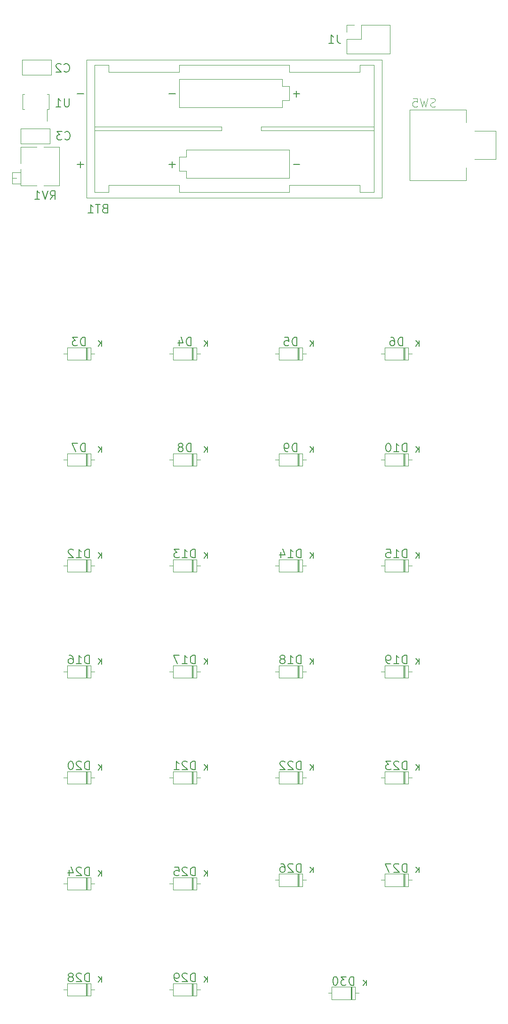
<source format=gbr>
%TF.GenerationSoftware,KiCad,Pcbnew,7.0.2-6a45011f42~172~ubuntu22.04.1*%
%TF.CreationDate,2023-04-29T09:48:45-04:00*%
%TF.ProjectId,keyboard-pcb,6b657962-6f61-4726-942d-7063622e6b69,rev?*%
%TF.SameCoordinates,Original*%
%TF.FileFunction,Legend,Bot*%
%TF.FilePolarity,Positive*%
%FSLAX46Y46*%
G04 Gerber Fmt 4.6, Leading zero omitted, Abs format (unit mm)*
G04 Created by KiCad (PCBNEW 7.0.2-6a45011f42~172~ubuntu22.04.1) date 2023-04-29 09:48:45*
%MOMM*%
%LPD*%
G01*
G04 APERTURE LIST*
%ADD10C,0.150000*%
%ADD11C,0.100000*%
%ADD12C,0.120000*%
G04 APERTURE END LIST*
D10*
%TO.C,D16*%
X45030571Y-133840031D02*
X45030571Y-132316031D01*
X45030571Y-132316031D02*
X44667714Y-132316031D01*
X44667714Y-132316031D02*
X44450000Y-132388602D01*
X44450000Y-132388602D02*
X44304857Y-132533745D01*
X44304857Y-132533745D02*
X44232286Y-132678888D01*
X44232286Y-132678888D02*
X44159714Y-132969174D01*
X44159714Y-132969174D02*
X44159714Y-133186888D01*
X44159714Y-133186888D02*
X44232286Y-133477174D01*
X44232286Y-133477174D02*
X44304857Y-133622317D01*
X44304857Y-133622317D02*
X44450000Y-133767460D01*
X44450000Y-133767460D02*
X44667714Y-133840031D01*
X44667714Y-133840031D02*
X45030571Y-133840031D01*
X42708286Y-133840031D02*
X43579143Y-133840031D01*
X43143714Y-133840031D02*
X43143714Y-132316031D01*
X43143714Y-132316031D02*
X43288857Y-132533745D01*
X43288857Y-132533745D02*
X43434000Y-132678888D01*
X43434000Y-132678888D02*
X43579143Y-132751460D01*
X41402000Y-132316031D02*
X41692285Y-132316031D01*
X41692285Y-132316031D02*
X41837428Y-132388602D01*
X41837428Y-132388602D02*
X41910000Y-132461174D01*
X41910000Y-132461174D02*
X42055142Y-132678888D01*
X42055142Y-132678888D02*
X42127714Y-132969174D01*
X42127714Y-132969174D02*
X42127714Y-133549745D01*
X42127714Y-133549745D02*
X42055142Y-133694888D01*
X42055142Y-133694888D02*
X41982571Y-133767460D01*
X41982571Y-133767460D02*
X41837428Y-133840031D01*
X41837428Y-133840031D02*
X41547142Y-133840031D01*
X41547142Y-133840031D02*
X41402000Y-133767460D01*
X41402000Y-133767460D02*
X41329428Y-133694888D01*
X41329428Y-133694888D02*
X41256857Y-133549745D01*
X41256857Y-133549745D02*
X41256857Y-133186888D01*
X41256857Y-133186888D02*
X41329428Y-133041745D01*
X41329428Y-133041745D02*
X41402000Y-132969174D01*
X41402000Y-132969174D02*
X41547142Y-132896602D01*
X41547142Y-132896602D02*
X41837428Y-132896602D01*
X41837428Y-132896602D02*
X41982571Y-132969174D01*
X41982571Y-132969174D02*
X42055142Y-133041745D01*
X42055142Y-133041745D02*
X42127714Y-133186888D01*
X47251904Y-133917619D02*
X47251904Y-132917619D01*
X46680476Y-133917619D02*
X47109047Y-133346190D01*
X46680476Y-132917619D02*
X47251904Y-133489047D01*
%TO.C,D18*%
X83130571Y-133840031D02*
X83130571Y-132316031D01*
X83130571Y-132316031D02*
X82767714Y-132316031D01*
X82767714Y-132316031D02*
X82550000Y-132388602D01*
X82550000Y-132388602D02*
X82404857Y-132533745D01*
X82404857Y-132533745D02*
X82332286Y-132678888D01*
X82332286Y-132678888D02*
X82259714Y-132969174D01*
X82259714Y-132969174D02*
X82259714Y-133186888D01*
X82259714Y-133186888D02*
X82332286Y-133477174D01*
X82332286Y-133477174D02*
X82404857Y-133622317D01*
X82404857Y-133622317D02*
X82550000Y-133767460D01*
X82550000Y-133767460D02*
X82767714Y-133840031D01*
X82767714Y-133840031D02*
X83130571Y-133840031D01*
X80808286Y-133840031D02*
X81679143Y-133840031D01*
X81243714Y-133840031D02*
X81243714Y-132316031D01*
X81243714Y-132316031D02*
X81388857Y-132533745D01*
X81388857Y-132533745D02*
X81534000Y-132678888D01*
X81534000Y-132678888D02*
X81679143Y-132751460D01*
X79937428Y-132969174D02*
X80082571Y-132896602D01*
X80082571Y-132896602D02*
X80155142Y-132824031D01*
X80155142Y-132824031D02*
X80227714Y-132678888D01*
X80227714Y-132678888D02*
X80227714Y-132606317D01*
X80227714Y-132606317D02*
X80155142Y-132461174D01*
X80155142Y-132461174D02*
X80082571Y-132388602D01*
X80082571Y-132388602D02*
X79937428Y-132316031D01*
X79937428Y-132316031D02*
X79647142Y-132316031D01*
X79647142Y-132316031D02*
X79502000Y-132388602D01*
X79502000Y-132388602D02*
X79429428Y-132461174D01*
X79429428Y-132461174D02*
X79356857Y-132606317D01*
X79356857Y-132606317D02*
X79356857Y-132678888D01*
X79356857Y-132678888D02*
X79429428Y-132824031D01*
X79429428Y-132824031D02*
X79502000Y-132896602D01*
X79502000Y-132896602D02*
X79647142Y-132969174D01*
X79647142Y-132969174D02*
X79937428Y-132969174D01*
X79937428Y-132969174D02*
X80082571Y-133041745D01*
X80082571Y-133041745D02*
X80155142Y-133114317D01*
X80155142Y-133114317D02*
X80227714Y-133259460D01*
X80227714Y-133259460D02*
X80227714Y-133549745D01*
X80227714Y-133549745D02*
X80155142Y-133694888D01*
X80155142Y-133694888D02*
X80082571Y-133767460D01*
X80082571Y-133767460D02*
X79937428Y-133840031D01*
X79937428Y-133840031D02*
X79647142Y-133840031D01*
X79647142Y-133840031D02*
X79502000Y-133767460D01*
X79502000Y-133767460D02*
X79429428Y-133694888D01*
X79429428Y-133694888D02*
X79356857Y-133549745D01*
X79356857Y-133549745D02*
X79356857Y-133259460D01*
X79356857Y-133259460D02*
X79429428Y-133114317D01*
X79429428Y-133114317D02*
X79502000Y-133041745D01*
X79502000Y-133041745D02*
X79647142Y-132969174D01*
X85351904Y-133917619D02*
X85351904Y-132917619D01*
X84780476Y-133917619D02*
X85209047Y-133346190D01*
X84780476Y-132917619D02*
X85351904Y-133489047D01*
%TO.C,D13*%
X64080571Y-114790031D02*
X64080571Y-113266031D01*
X64080571Y-113266031D02*
X63717714Y-113266031D01*
X63717714Y-113266031D02*
X63500000Y-113338602D01*
X63500000Y-113338602D02*
X63354857Y-113483745D01*
X63354857Y-113483745D02*
X63282286Y-113628888D01*
X63282286Y-113628888D02*
X63209714Y-113919174D01*
X63209714Y-113919174D02*
X63209714Y-114136888D01*
X63209714Y-114136888D02*
X63282286Y-114427174D01*
X63282286Y-114427174D02*
X63354857Y-114572317D01*
X63354857Y-114572317D02*
X63500000Y-114717460D01*
X63500000Y-114717460D02*
X63717714Y-114790031D01*
X63717714Y-114790031D02*
X64080571Y-114790031D01*
X61758286Y-114790031D02*
X62629143Y-114790031D01*
X62193714Y-114790031D02*
X62193714Y-113266031D01*
X62193714Y-113266031D02*
X62338857Y-113483745D01*
X62338857Y-113483745D02*
X62484000Y-113628888D01*
X62484000Y-113628888D02*
X62629143Y-113701460D01*
X61250285Y-113266031D02*
X60306857Y-113266031D01*
X60306857Y-113266031D02*
X60814857Y-113846602D01*
X60814857Y-113846602D02*
X60597142Y-113846602D01*
X60597142Y-113846602D02*
X60452000Y-113919174D01*
X60452000Y-113919174D02*
X60379428Y-113991745D01*
X60379428Y-113991745D02*
X60306857Y-114136888D01*
X60306857Y-114136888D02*
X60306857Y-114499745D01*
X60306857Y-114499745D02*
X60379428Y-114644888D01*
X60379428Y-114644888D02*
X60452000Y-114717460D01*
X60452000Y-114717460D02*
X60597142Y-114790031D01*
X60597142Y-114790031D02*
X61032571Y-114790031D01*
X61032571Y-114790031D02*
X61177714Y-114717460D01*
X61177714Y-114717460D02*
X61250285Y-114644888D01*
X66301904Y-114867619D02*
X66301904Y-113867619D01*
X65730476Y-114867619D02*
X66159047Y-114296190D01*
X65730476Y-113867619D02*
X66301904Y-114439047D01*
%TO.C,D21*%
X64080571Y-152890031D02*
X64080571Y-151366031D01*
X64080571Y-151366031D02*
X63717714Y-151366031D01*
X63717714Y-151366031D02*
X63500000Y-151438602D01*
X63500000Y-151438602D02*
X63354857Y-151583745D01*
X63354857Y-151583745D02*
X63282286Y-151728888D01*
X63282286Y-151728888D02*
X63209714Y-152019174D01*
X63209714Y-152019174D02*
X63209714Y-152236888D01*
X63209714Y-152236888D02*
X63282286Y-152527174D01*
X63282286Y-152527174D02*
X63354857Y-152672317D01*
X63354857Y-152672317D02*
X63500000Y-152817460D01*
X63500000Y-152817460D02*
X63717714Y-152890031D01*
X63717714Y-152890031D02*
X64080571Y-152890031D01*
X62629143Y-151511174D02*
X62556571Y-151438602D01*
X62556571Y-151438602D02*
X62411429Y-151366031D01*
X62411429Y-151366031D02*
X62048571Y-151366031D01*
X62048571Y-151366031D02*
X61903429Y-151438602D01*
X61903429Y-151438602D02*
X61830857Y-151511174D01*
X61830857Y-151511174D02*
X61758286Y-151656317D01*
X61758286Y-151656317D02*
X61758286Y-151801460D01*
X61758286Y-151801460D02*
X61830857Y-152019174D01*
X61830857Y-152019174D02*
X62701714Y-152890031D01*
X62701714Y-152890031D02*
X61758286Y-152890031D01*
X60306857Y-152890031D02*
X61177714Y-152890031D01*
X60742285Y-152890031D02*
X60742285Y-151366031D01*
X60742285Y-151366031D02*
X60887428Y-151583745D01*
X60887428Y-151583745D02*
X61032571Y-151728888D01*
X61032571Y-151728888D02*
X61177714Y-151801460D01*
X66301904Y-152967619D02*
X66301904Y-151967619D01*
X65730476Y-152967619D02*
X66159047Y-152396190D01*
X65730476Y-151967619D02*
X66301904Y-152539047D01*
%TO.C,RV1*%
X37991142Y-50362031D02*
X38499142Y-49636317D01*
X38861999Y-50362031D02*
X38861999Y-48838031D01*
X38861999Y-48838031D02*
X38281428Y-48838031D01*
X38281428Y-48838031D02*
X38136285Y-48910602D01*
X38136285Y-48910602D02*
X38063714Y-48983174D01*
X38063714Y-48983174D02*
X37991142Y-49128317D01*
X37991142Y-49128317D02*
X37991142Y-49346031D01*
X37991142Y-49346031D02*
X38063714Y-49491174D01*
X38063714Y-49491174D02*
X38136285Y-49563745D01*
X38136285Y-49563745D02*
X38281428Y-49636317D01*
X38281428Y-49636317D02*
X38861999Y-49636317D01*
X37555714Y-48838031D02*
X37047714Y-50362031D01*
X37047714Y-50362031D02*
X36539714Y-48838031D01*
X35233428Y-50362031D02*
X36104285Y-50362031D01*
X35668856Y-50362031D02*
X35668856Y-48838031D01*
X35668856Y-48838031D02*
X35813999Y-49055745D01*
X35813999Y-49055745D02*
X35959142Y-49200888D01*
X35959142Y-49200888D02*
X36104285Y-49273460D01*
%TO.C,D27*%
X102180571Y-171305031D02*
X102180571Y-169781031D01*
X102180571Y-169781031D02*
X101817714Y-169781031D01*
X101817714Y-169781031D02*
X101600000Y-169853602D01*
X101600000Y-169853602D02*
X101454857Y-169998745D01*
X101454857Y-169998745D02*
X101382286Y-170143888D01*
X101382286Y-170143888D02*
X101309714Y-170434174D01*
X101309714Y-170434174D02*
X101309714Y-170651888D01*
X101309714Y-170651888D02*
X101382286Y-170942174D01*
X101382286Y-170942174D02*
X101454857Y-171087317D01*
X101454857Y-171087317D02*
X101600000Y-171232460D01*
X101600000Y-171232460D02*
X101817714Y-171305031D01*
X101817714Y-171305031D02*
X102180571Y-171305031D01*
X100729143Y-169926174D02*
X100656571Y-169853602D01*
X100656571Y-169853602D02*
X100511429Y-169781031D01*
X100511429Y-169781031D02*
X100148571Y-169781031D01*
X100148571Y-169781031D02*
X100003429Y-169853602D01*
X100003429Y-169853602D02*
X99930857Y-169926174D01*
X99930857Y-169926174D02*
X99858286Y-170071317D01*
X99858286Y-170071317D02*
X99858286Y-170216460D01*
X99858286Y-170216460D02*
X99930857Y-170434174D01*
X99930857Y-170434174D02*
X100801714Y-171305031D01*
X100801714Y-171305031D02*
X99858286Y-171305031D01*
X99350285Y-169781031D02*
X98334285Y-169781031D01*
X98334285Y-169781031D02*
X98987428Y-171305031D01*
X104401904Y-171382619D02*
X104401904Y-170382619D01*
X103830476Y-171382619D02*
X104259047Y-170811190D01*
X103830476Y-170382619D02*
X104401904Y-170954047D01*
%TO.C,D24*%
X45030571Y-171940031D02*
X45030571Y-170416031D01*
X45030571Y-170416031D02*
X44667714Y-170416031D01*
X44667714Y-170416031D02*
X44450000Y-170488602D01*
X44450000Y-170488602D02*
X44304857Y-170633745D01*
X44304857Y-170633745D02*
X44232286Y-170778888D01*
X44232286Y-170778888D02*
X44159714Y-171069174D01*
X44159714Y-171069174D02*
X44159714Y-171286888D01*
X44159714Y-171286888D02*
X44232286Y-171577174D01*
X44232286Y-171577174D02*
X44304857Y-171722317D01*
X44304857Y-171722317D02*
X44450000Y-171867460D01*
X44450000Y-171867460D02*
X44667714Y-171940031D01*
X44667714Y-171940031D02*
X45030571Y-171940031D01*
X43579143Y-170561174D02*
X43506571Y-170488602D01*
X43506571Y-170488602D02*
X43361429Y-170416031D01*
X43361429Y-170416031D02*
X42998571Y-170416031D01*
X42998571Y-170416031D02*
X42853429Y-170488602D01*
X42853429Y-170488602D02*
X42780857Y-170561174D01*
X42780857Y-170561174D02*
X42708286Y-170706317D01*
X42708286Y-170706317D02*
X42708286Y-170851460D01*
X42708286Y-170851460D02*
X42780857Y-171069174D01*
X42780857Y-171069174D02*
X43651714Y-171940031D01*
X43651714Y-171940031D02*
X42708286Y-171940031D01*
X41402000Y-170924031D02*
X41402000Y-171940031D01*
X41764857Y-170343460D02*
X42127714Y-171432031D01*
X42127714Y-171432031D02*
X41184285Y-171432031D01*
X47251904Y-172017619D02*
X47251904Y-171017619D01*
X46680476Y-172017619D02*
X47109047Y-171446190D01*
X46680476Y-171017619D02*
X47251904Y-171589047D01*
%TO.C,D5*%
X82404856Y-76690031D02*
X82404856Y-75166031D01*
X82404856Y-75166031D02*
X82041999Y-75166031D01*
X82041999Y-75166031D02*
X81824285Y-75238602D01*
X81824285Y-75238602D02*
X81679142Y-75383745D01*
X81679142Y-75383745D02*
X81606571Y-75528888D01*
X81606571Y-75528888D02*
X81533999Y-75819174D01*
X81533999Y-75819174D02*
X81533999Y-76036888D01*
X81533999Y-76036888D02*
X81606571Y-76327174D01*
X81606571Y-76327174D02*
X81679142Y-76472317D01*
X81679142Y-76472317D02*
X81824285Y-76617460D01*
X81824285Y-76617460D02*
X82041999Y-76690031D01*
X82041999Y-76690031D02*
X82404856Y-76690031D01*
X80155142Y-75166031D02*
X80880856Y-75166031D01*
X80880856Y-75166031D02*
X80953428Y-75891745D01*
X80953428Y-75891745D02*
X80880856Y-75819174D01*
X80880856Y-75819174D02*
X80735714Y-75746602D01*
X80735714Y-75746602D02*
X80372856Y-75746602D01*
X80372856Y-75746602D02*
X80227714Y-75819174D01*
X80227714Y-75819174D02*
X80155142Y-75891745D01*
X80155142Y-75891745D02*
X80082571Y-76036888D01*
X80082571Y-76036888D02*
X80082571Y-76399745D01*
X80082571Y-76399745D02*
X80155142Y-76544888D01*
X80155142Y-76544888D02*
X80227714Y-76617460D01*
X80227714Y-76617460D02*
X80372856Y-76690031D01*
X80372856Y-76690031D02*
X80735714Y-76690031D01*
X80735714Y-76690031D02*
X80880856Y-76617460D01*
X80880856Y-76617460D02*
X80953428Y-76544888D01*
X85351904Y-76767619D02*
X85351904Y-75767619D01*
X84780476Y-76767619D02*
X85209047Y-76196190D01*
X84780476Y-75767619D02*
X85351904Y-76339047D01*
%TO.C,D9*%
X82404856Y-95740031D02*
X82404856Y-94216031D01*
X82404856Y-94216031D02*
X82041999Y-94216031D01*
X82041999Y-94216031D02*
X81824285Y-94288602D01*
X81824285Y-94288602D02*
X81679142Y-94433745D01*
X81679142Y-94433745D02*
X81606571Y-94578888D01*
X81606571Y-94578888D02*
X81533999Y-94869174D01*
X81533999Y-94869174D02*
X81533999Y-95086888D01*
X81533999Y-95086888D02*
X81606571Y-95377174D01*
X81606571Y-95377174D02*
X81679142Y-95522317D01*
X81679142Y-95522317D02*
X81824285Y-95667460D01*
X81824285Y-95667460D02*
X82041999Y-95740031D01*
X82041999Y-95740031D02*
X82404856Y-95740031D01*
X80808285Y-95740031D02*
X80517999Y-95740031D01*
X80517999Y-95740031D02*
X80372856Y-95667460D01*
X80372856Y-95667460D02*
X80300285Y-95594888D01*
X80300285Y-95594888D02*
X80155142Y-95377174D01*
X80155142Y-95377174D02*
X80082571Y-95086888D01*
X80082571Y-95086888D02*
X80082571Y-94506317D01*
X80082571Y-94506317D02*
X80155142Y-94361174D01*
X80155142Y-94361174D02*
X80227714Y-94288602D01*
X80227714Y-94288602D02*
X80372856Y-94216031D01*
X80372856Y-94216031D02*
X80663142Y-94216031D01*
X80663142Y-94216031D02*
X80808285Y-94288602D01*
X80808285Y-94288602D02*
X80880856Y-94361174D01*
X80880856Y-94361174D02*
X80953428Y-94506317D01*
X80953428Y-94506317D02*
X80953428Y-94869174D01*
X80953428Y-94869174D02*
X80880856Y-95014317D01*
X80880856Y-95014317D02*
X80808285Y-95086888D01*
X80808285Y-95086888D02*
X80663142Y-95159460D01*
X80663142Y-95159460D02*
X80372856Y-95159460D01*
X80372856Y-95159460D02*
X80227714Y-95086888D01*
X80227714Y-95086888D02*
X80155142Y-95014317D01*
X80155142Y-95014317D02*
X80082571Y-94869174D01*
X85351904Y-95817619D02*
X85351904Y-94817619D01*
X84780476Y-95817619D02*
X85209047Y-95246190D01*
X84780476Y-94817619D02*
X85351904Y-95389047D01*
%TO.C,D19*%
X102180571Y-133840031D02*
X102180571Y-132316031D01*
X102180571Y-132316031D02*
X101817714Y-132316031D01*
X101817714Y-132316031D02*
X101600000Y-132388602D01*
X101600000Y-132388602D02*
X101454857Y-132533745D01*
X101454857Y-132533745D02*
X101382286Y-132678888D01*
X101382286Y-132678888D02*
X101309714Y-132969174D01*
X101309714Y-132969174D02*
X101309714Y-133186888D01*
X101309714Y-133186888D02*
X101382286Y-133477174D01*
X101382286Y-133477174D02*
X101454857Y-133622317D01*
X101454857Y-133622317D02*
X101600000Y-133767460D01*
X101600000Y-133767460D02*
X101817714Y-133840031D01*
X101817714Y-133840031D02*
X102180571Y-133840031D01*
X99858286Y-133840031D02*
X100729143Y-133840031D01*
X100293714Y-133840031D02*
X100293714Y-132316031D01*
X100293714Y-132316031D02*
X100438857Y-132533745D01*
X100438857Y-132533745D02*
X100584000Y-132678888D01*
X100584000Y-132678888D02*
X100729143Y-132751460D01*
X99132571Y-133840031D02*
X98842285Y-133840031D01*
X98842285Y-133840031D02*
X98697142Y-133767460D01*
X98697142Y-133767460D02*
X98624571Y-133694888D01*
X98624571Y-133694888D02*
X98479428Y-133477174D01*
X98479428Y-133477174D02*
X98406857Y-133186888D01*
X98406857Y-133186888D02*
X98406857Y-132606317D01*
X98406857Y-132606317D02*
X98479428Y-132461174D01*
X98479428Y-132461174D02*
X98552000Y-132388602D01*
X98552000Y-132388602D02*
X98697142Y-132316031D01*
X98697142Y-132316031D02*
X98987428Y-132316031D01*
X98987428Y-132316031D02*
X99132571Y-132388602D01*
X99132571Y-132388602D02*
X99205142Y-132461174D01*
X99205142Y-132461174D02*
X99277714Y-132606317D01*
X99277714Y-132606317D02*
X99277714Y-132969174D01*
X99277714Y-132969174D02*
X99205142Y-133114317D01*
X99205142Y-133114317D02*
X99132571Y-133186888D01*
X99132571Y-133186888D02*
X98987428Y-133259460D01*
X98987428Y-133259460D02*
X98697142Y-133259460D01*
X98697142Y-133259460D02*
X98552000Y-133186888D01*
X98552000Y-133186888D02*
X98479428Y-133114317D01*
X98479428Y-133114317D02*
X98406857Y-132969174D01*
X104401904Y-133917619D02*
X104401904Y-132917619D01*
X103830476Y-133917619D02*
X104259047Y-133346190D01*
X103830476Y-132917619D02*
X104401904Y-133489047D01*
%TO.C,D8*%
X63354856Y-95740031D02*
X63354856Y-94216031D01*
X63354856Y-94216031D02*
X62991999Y-94216031D01*
X62991999Y-94216031D02*
X62774285Y-94288602D01*
X62774285Y-94288602D02*
X62629142Y-94433745D01*
X62629142Y-94433745D02*
X62556571Y-94578888D01*
X62556571Y-94578888D02*
X62483999Y-94869174D01*
X62483999Y-94869174D02*
X62483999Y-95086888D01*
X62483999Y-95086888D02*
X62556571Y-95377174D01*
X62556571Y-95377174D02*
X62629142Y-95522317D01*
X62629142Y-95522317D02*
X62774285Y-95667460D01*
X62774285Y-95667460D02*
X62991999Y-95740031D01*
X62991999Y-95740031D02*
X63354856Y-95740031D01*
X61613142Y-94869174D02*
X61758285Y-94796602D01*
X61758285Y-94796602D02*
X61830856Y-94724031D01*
X61830856Y-94724031D02*
X61903428Y-94578888D01*
X61903428Y-94578888D02*
X61903428Y-94506317D01*
X61903428Y-94506317D02*
X61830856Y-94361174D01*
X61830856Y-94361174D02*
X61758285Y-94288602D01*
X61758285Y-94288602D02*
X61613142Y-94216031D01*
X61613142Y-94216031D02*
X61322856Y-94216031D01*
X61322856Y-94216031D02*
X61177714Y-94288602D01*
X61177714Y-94288602D02*
X61105142Y-94361174D01*
X61105142Y-94361174D02*
X61032571Y-94506317D01*
X61032571Y-94506317D02*
X61032571Y-94578888D01*
X61032571Y-94578888D02*
X61105142Y-94724031D01*
X61105142Y-94724031D02*
X61177714Y-94796602D01*
X61177714Y-94796602D02*
X61322856Y-94869174D01*
X61322856Y-94869174D02*
X61613142Y-94869174D01*
X61613142Y-94869174D02*
X61758285Y-94941745D01*
X61758285Y-94941745D02*
X61830856Y-95014317D01*
X61830856Y-95014317D02*
X61903428Y-95159460D01*
X61903428Y-95159460D02*
X61903428Y-95449745D01*
X61903428Y-95449745D02*
X61830856Y-95594888D01*
X61830856Y-95594888D02*
X61758285Y-95667460D01*
X61758285Y-95667460D02*
X61613142Y-95740031D01*
X61613142Y-95740031D02*
X61322856Y-95740031D01*
X61322856Y-95740031D02*
X61177714Y-95667460D01*
X61177714Y-95667460D02*
X61105142Y-95594888D01*
X61105142Y-95594888D02*
X61032571Y-95449745D01*
X61032571Y-95449745D02*
X61032571Y-95159460D01*
X61032571Y-95159460D02*
X61105142Y-95014317D01*
X61105142Y-95014317D02*
X61177714Y-94941745D01*
X61177714Y-94941745D02*
X61322856Y-94869174D01*
X66301904Y-95817619D02*
X66301904Y-94817619D01*
X65730476Y-95817619D02*
X66159047Y-95246190D01*
X65730476Y-94817619D02*
X66301904Y-95389047D01*
%TO.C,D26*%
X83130571Y-171305031D02*
X83130571Y-169781031D01*
X83130571Y-169781031D02*
X82767714Y-169781031D01*
X82767714Y-169781031D02*
X82550000Y-169853602D01*
X82550000Y-169853602D02*
X82404857Y-169998745D01*
X82404857Y-169998745D02*
X82332286Y-170143888D01*
X82332286Y-170143888D02*
X82259714Y-170434174D01*
X82259714Y-170434174D02*
X82259714Y-170651888D01*
X82259714Y-170651888D02*
X82332286Y-170942174D01*
X82332286Y-170942174D02*
X82404857Y-171087317D01*
X82404857Y-171087317D02*
X82550000Y-171232460D01*
X82550000Y-171232460D02*
X82767714Y-171305031D01*
X82767714Y-171305031D02*
X83130571Y-171305031D01*
X81679143Y-169926174D02*
X81606571Y-169853602D01*
X81606571Y-169853602D02*
X81461429Y-169781031D01*
X81461429Y-169781031D02*
X81098571Y-169781031D01*
X81098571Y-169781031D02*
X80953429Y-169853602D01*
X80953429Y-169853602D02*
X80880857Y-169926174D01*
X80880857Y-169926174D02*
X80808286Y-170071317D01*
X80808286Y-170071317D02*
X80808286Y-170216460D01*
X80808286Y-170216460D02*
X80880857Y-170434174D01*
X80880857Y-170434174D02*
X81751714Y-171305031D01*
X81751714Y-171305031D02*
X80808286Y-171305031D01*
X79502000Y-169781031D02*
X79792285Y-169781031D01*
X79792285Y-169781031D02*
X79937428Y-169853602D01*
X79937428Y-169853602D02*
X80010000Y-169926174D01*
X80010000Y-169926174D02*
X80155142Y-170143888D01*
X80155142Y-170143888D02*
X80227714Y-170434174D01*
X80227714Y-170434174D02*
X80227714Y-171014745D01*
X80227714Y-171014745D02*
X80155142Y-171159888D01*
X80155142Y-171159888D02*
X80082571Y-171232460D01*
X80082571Y-171232460D02*
X79937428Y-171305031D01*
X79937428Y-171305031D02*
X79647142Y-171305031D01*
X79647142Y-171305031D02*
X79502000Y-171232460D01*
X79502000Y-171232460D02*
X79429428Y-171159888D01*
X79429428Y-171159888D02*
X79356857Y-171014745D01*
X79356857Y-171014745D02*
X79356857Y-170651888D01*
X79356857Y-170651888D02*
X79429428Y-170506745D01*
X79429428Y-170506745D02*
X79502000Y-170434174D01*
X79502000Y-170434174D02*
X79647142Y-170361602D01*
X79647142Y-170361602D02*
X79937428Y-170361602D01*
X79937428Y-170361602D02*
X80082571Y-170434174D01*
X80082571Y-170434174D02*
X80155142Y-170506745D01*
X80155142Y-170506745D02*
X80227714Y-170651888D01*
X85351904Y-171382619D02*
X85351904Y-170382619D01*
X84780476Y-171382619D02*
X85209047Y-170811190D01*
X84780476Y-170382619D02*
X85351904Y-170954047D01*
%TO.C,D14*%
X83130571Y-114790031D02*
X83130571Y-113266031D01*
X83130571Y-113266031D02*
X82767714Y-113266031D01*
X82767714Y-113266031D02*
X82550000Y-113338602D01*
X82550000Y-113338602D02*
X82404857Y-113483745D01*
X82404857Y-113483745D02*
X82332286Y-113628888D01*
X82332286Y-113628888D02*
X82259714Y-113919174D01*
X82259714Y-113919174D02*
X82259714Y-114136888D01*
X82259714Y-114136888D02*
X82332286Y-114427174D01*
X82332286Y-114427174D02*
X82404857Y-114572317D01*
X82404857Y-114572317D02*
X82550000Y-114717460D01*
X82550000Y-114717460D02*
X82767714Y-114790031D01*
X82767714Y-114790031D02*
X83130571Y-114790031D01*
X80808286Y-114790031D02*
X81679143Y-114790031D01*
X81243714Y-114790031D02*
X81243714Y-113266031D01*
X81243714Y-113266031D02*
X81388857Y-113483745D01*
X81388857Y-113483745D02*
X81534000Y-113628888D01*
X81534000Y-113628888D02*
X81679143Y-113701460D01*
X79502000Y-113774031D02*
X79502000Y-114790031D01*
X79864857Y-113193460D02*
X80227714Y-114282031D01*
X80227714Y-114282031D02*
X79284285Y-114282031D01*
X85351904Y-114867619D02*
X85351904Y-113867619D01*
X84780476Y-114867619D02*
X85209047Y-114296190D01*
X84780476Y-113867619D02*
X85351904Y-114439047D01*
%TO.C,D12*%
X45030571Y-114790031D02*
X45030571Y-113266031D01*
X45030571Y-113266031D02*
X44667714Y-113266031D01*
X44667714Y-113266031D02*
X44450000Y-113338602D01*
X44450000Y-113338602D02*
X44304857Y-113483745D01*
X44304857Y-113483745D02*
X44232286Y-113628888D01*
X44232286Y-113628888D02*
X44159714Y-113919174D01*
X44159714Y-113919174D02*
X44159714Y-114136888D01*
X44159714Y-114136888D02*
X44232286Y-114427174D01*
X44232286Y-114427174D02*
X44304857Y-114572317D01*
X44304857Y-114572317D02*
X44450000Y-114717460D01*
X44450000Y-114717460D02*
X44667714Y-114790031D01*
X44667714Y-114790031D02*
X45030571Y-114790031D01*
X42708286Y-114790031D02*
X43579143Y-114790031D01*
X43143714Y-114790031D02*
X43143714Y-113266031D01*
X43143714Y-113266031D02*
X43288857Y-113483745D01*
X43288857Y-113483745D02*
X43434000Y-113628888D01*
X43434000Y-113628888D02*
X43579143Y-113701460D01*
X42127714Y-113411174D02*
X42055142Y-113338602D01*
X42055142Y-113338602D02*
X41910000Y-113266031D01*
X41910000Y-113266031D02*
X41547142Y-113266031D01*
X41547142Y-113266031D02*
X41402000Y-113338602D01*
X41402000Y-113338602D02*
X41329428Y-113411174D01*
X41329428Y-113411174D02*
X41256857Y-113556317D01*
X41256857Y-113556317D02*
X41256857Y-113701460D01*
X41256857Y-113701460D02*
X41329428Y-113919174D01*
X41329428Y-113919174D02*
X42200285Y-114790031D01*
X42200285Y-114790031D02*
X41256857Y-114790031D01*
X47251904Y-114867619D02*
X47251904Y-113867619D01*
X46680476Y-114867619D02*
X47109047Y-114296190D01*
X46680476Y-113867619D02*
X47251904Y-114439047D01*
%TO.C,D17*%
X64080571Y-133840031D02*
X64080571Y-132316031D01*
X64080571Y-132316031D02*
X63717714Y-132316031D01*
X63717714Y-132316031D02*
X63500000Y-132388602D01*
X63500000Y-132388602D02*
X63354857Y-132533745D01*
X63354857Y-132533745D02*
X63282286Y-132678888D01*
X63282286Y-132678888D02*
X63209714Y-132969174D01*
X63209714Y-132969174D02*
X63209714Y-133186888D01*
X63209714Y-133186888D02*
X63282286Y-133477174D01*
X63282286Y-133477174D02*
X63354857Y-133622317D01*
X63354857Y-133622317D02*
X63500000Y-133767460D01*
X63500000Y-133767460D02*
X63717714Y-133840031D01*
X63717714Y-133840031D02*
X64080571Y-133840031D01*
X61758286Y-133840031D02*
X62629143Y-133840031D01*
X62193714Y-133840031D02*
X62193714Y-132316031D01*
X62193714Y-132316031D02*
X62338857Y-132533745D01*
X62338857Y-132533745D02*
X62484000Y-132678888D01*
X62484000Y-132678888D02*
X62629143Y-132751460D01*
X61250285Y-132316031D02*
X60234285Y-132316031D01*
X60234285Y-132316031D02*
X60887428Y-133840031D01*
X66301904Y-133917619D02*
X66301904Y-132917619D01*
X65730476Y-133917619D02*
X66159047Y-133346190D01*
X65730476Y-132917619D02*
X66301904Y-133489047D01*
%TO.C,C2*%
X40512999Y-27356888D02*
X40585571Y-27429460D01*
X40585571Y-27429460D02*
X40803285Y-27502031D01*
X40803285Y-27502031D02*
X40948428Y-27502031D01*
X40948428Y-27502031D02*
X41166142Y-27429460D01*
X41166142Y-27429460D02*
X41311285Y-27284317D01*
X41311285Y-27284317D02*
X41383856Y-27139174D01*
X41383856Y-27139174D02*
X41456428Y-26848888D01*
X41456428Y-26848888D02*
X41456428Y-26631174D01*
X41456428Y-26631174D02*
X41383856Y-26340888D01*
X41383856Y-26340888D02*
X41311285Y-26195745D01*
X41311285Y-26195745D02*
X41166142Y-26050602D01*
X41166142Y-26050602D02*
X40948428Y-25978031D01*
X40948428Y-25978031D02*
X40803285Y-25978031D01*
X40803285Y-25978031D02*
X40585571Y-26050602D01*
X40585571Y-26050602D02*
X40512999Y-26123174D01*
X39932428Y-26123174D02*
X39859856Y-26050602D01*
X39859856Y-26050602D02*
X39714714Y-25978031D01*
X39714714Y-25978031D02*
X39351856Y-25978031D01*
X39351856Y-25978031D02*
X39206714Y-26050602D01*
X39206714Y-26050602D02*
X39134142Y-26123174D01*
X39134142Y-26123174D02*
X39061571Y-26268317D01*
X39061571Y-26268317D02*
X39061571Y-26413460D01*
X39061571Y-26413460D02*
X39134142Y-26631174D01*
X39134142Y-26631174D02*
X40004999Y-27502031D01*
X40004999Y-27502031D02*
X39061571Y-27502031D01*
D11*
%TO.C,SW5*%
X107290000Y-33652460D02*
X107072286Y-33725031D01*
X107072286Y-33725031D02*
X106709428Y-33725031D01*
X106709428Y-33725031D02*
X106564286Y-33652460D01*
X106564286Y-33652460D02*
X106491714Y-33579888D01*
X106491714Y-33579888D02*
X106419143Y-33434745D01*
X106419143Y-33434745D02*
X106419143Y-33289602D01*
X106419143Y-33289602D02*
X106491714Y-33144460D01*
X106491714Y-33144460D02*
X106564286Y-33071888D01*
X106564286Y-33071888D02*
X106709428Y-32999317D01*
X106709428Y-32999317D02*
X106999714Y-32926745D01*
X106999714Y-32926745D02*
X107144857Y-32854174D01*
X107144857Y-32854174D02*
X107217428Y-32781602D01*
X107217428Y-32781602D02*
X107290000Y-32636460D01*
X107290000Y-32636460D02*
X107290000Y-32491317D01*
X107290000Y-32491317D02*
X107217428Y-32346174D01*
X107217428Y-32346174D02*
X107144857Y-32273602D01*
X107144857Y-32273602D02*
X106999714Y-32201031D01*
X106999714Y-32201031D02*
X106636857Y-32201031D01*
X106636857Y-32201031D02*
X106419143Y-32273602D01*
X105911142Y-32201031D02*
X105548285Y-33725031D01*
X105548285Y-33725031D02*
X105257999Y-32636460D01*
X105257999Y-32636460D02*
X104967714Y-33725031D01*
X104967714Y-33725031D02*
X104604857Y-32201031D01*
X103298571Y-32201031D02*
X104024285Y-32201031D01*
X104024285Y-32201031D02*
X104096857Y-32926745D01*
X104096857Y-32926745D02*
X104024285Y-32854174D01*
X104024285Y-32854174D02*
X103879143Y-32781602D01*
X103879143Y-32781602D02*
X103516285Y-32781602D01*
X103516285Y-32781602D02*
X103371143Y-32854174D01*
X103371143Y-32854174D02*
X103298571Y-32926745D01*
X103298571Y-32926745D02*
X103226000Y-33071888D01*
X103226000Y-33071888D02*
X103226000Y-33434745D01*
X103226000Y-33434745D02*
X103298571Y-33579888D01*
X103298571Y-33579888D02*
X103371143Y-33652460D01*
X103371143Y-33652460D02*
X103516285Y-33725031D01*
X103516285Y-33725031D02*
X103879143Y-33725031D01*
X103879143Y-33725031D02*
X104024285Y-33652460D01*
X104024285Y-33652460D02*
X104096857Y-33579888D01*
D10*
%TO.C,J1*%
X89662000Y-20766031D02*
X89662000Y-21854602D01*
X89662000Y-21854602D02*
X89734571Y-22072317D01*
X89734571Y-22072317D02*
X89879714Y-22217460D01*
X89879714Y-22217460D02*
X90097428Y-22290031D01*
X90097428Y-22290031D02*
X90242571Y-22290031D01*
X88138000Y-22290031D02*
X89008857Y-22290031D01*
X88573428Y-22290031D02*
X88573428Y-20766031D01*
X88573428Y-20766031D02*
X88718571Y-20983745D01*
X88718571Y-20983745D02*
X88863714Y-21128888D01*
X88863714Y-21128888D02*
X89008857Y-21201460D01*
%TO.C,D28*%
X45030571Y-190990031D02*
X45030571Y-189466031D01*
X45030571Y-189466031D02*
X44667714Y-189466031D01*
X44667714Y-189466031D02*
X44450000Y-189538602D01*
X44450000Y-189538602D02*
X44304857Y-189683745D01*
X44304857Y-189683745D02*
X44232286Y-189828888D01*
X44232286Y-189828888D02*
X44159714Y-190119174D01*
X44159714Y-190119174D02*
X44159714Y-190336888D01*
X44159714Y-190336888D02*
X44232286Y-190627174D01*
X44232286Y-190627174D02*
X44304857Y-190772317D01*
X44304857Y-190772317D02*
X44450000Y-190917460D01*
X44450000Y-190917460D02*
X44667714Y-190990031D01*
X44667714Y-190990031D02*
X45030571Y-190990031D01*
X43579143Y-189611174D02*
X43506571Y-189538602D01*
X43506571Y-189538602D02*
X43361429Y-189466031D01*
X43361429Y-189466031D02*
X42998571Y-189466031D01*
X42998571Y-189466031D02*
X42853429Y-189538602D01*
X42853429Y-189538602D02*
X42780857Y-189611174D01*
X42780857Y-189611174D02*
X42708286Y-189756317D01*
X42708286Y-189756317D02*
X42708286Y-189901460D01*
X42708286Y-189901460D02*
X42780857Y-190119174D01*
X42780857Y-190119174D02*
X43651714Y-190990031D01*
X43651714Y-190990031D02*
X42708286Y-190990031D01*
X41837428Y-190119174D02*
X41982571Y-190046602D01*
X41982571Y-190046602D02*
X42055142Y-189974031D01*
X42055142Y-189974031D02*
X42127714Y-189828888D01*
X42127714Y-189828888D02*
X42127714Y-189756317D01*
X42127714Y-189756317D02*
X42055142Y-189611174D01*
X42055142Y-189611174D02*
X41982571Y-189538602D01*
X41982571Y-189538602D02*
X41837428Y-189466031D01*
X41837428Y-189466031D02*
X41547142Y-189466031D01*
X41547142Y-189466031D02*
X41402000Y-189538602D01*
X41402000Y-189538602D02*
X41329428Y-189611174D01*
X41329428Y-189611174D02*
X41256857Y-189756317D01*
X41256857Y-189756317D02*
X41256857Y-189828888D01*
X41256857Y-189828888D02*
X41329428Y-189974031D01*
X41329428Y-189974031D02*
X41402000Y-190046602D01*
X41402000Y-190046602D02*
X41547142Y-190119174D01*
X41547142Y-190119174D02*
X41837428Y-190119174D01*
X41837428Y-190119174D02*
X41982571Y-190191745D01*
X41982571Y-190191745D02*
X42055142Y-190264317D01*
X42055142Y-190264317D02*
X42127714Y-190409460D01*
X42127714Y-190409460D02*
X42127714Y-190699745D01*
X42127714Y-190699745D02*
X42055142Y-190844888D01*
X42055142Y-190844888D02*
X41982571Y-190917460D01*
X41982571Y-190917460D02*
X41837428Y-190990031D01*
X41837428Y-190990031D02*
X41547142Y-190990031D01*
X41547142Y-190990031D02*
X41402000Y-190917460D01*
X41402000Y-190917460D02*
X41329428Y-190844888D01*
X41329428Y-190844888D02*
X41256857Y-190699745D01*
X41256857Y-190699745D02*
X41256857Y-190409460D01*
X41256857Y-190409460D02*
X41329428Y-190264317D01*
X41329428Y-190264317D02*
X41402000Y-190191745D01*
X41402000Y-190191745D02*
X41547142Y-190119174D01*
X47251904Y-191067619D02*
X47251904Y-190067619D01*
X46680476Y-191067619D02*
X47109047Y-190496190D01*
X46680476Y-190067619D02*
X47251904Y-190639047D01*
%TO.C,D23*%
X102180571Y-152890031D02*
X102180571Y-151366031D01*
X102180571Y-151366031D02*
X101817714Y-151366031D01*
X101817714Y-151366031D02*
X101600000Y-151438602D01*
X101600000Y-151438602D02*
X101454857Y-151583745D01*
X101454857Y-151583745D02*
X101382286Y-151728888D01*
X101382286Y-151728888D02*
X101309714Y-152019174D01*
X101309714Y-152019174D02*
X101309714Y-152236888D01*
X101309714Y-152236888D02*
X101382286Y-152527174D01*
X101382286Y-152527174D02*
X101454857Y-152672317D01*
X101454857Y-152672317D02*
X101600000Y-152817460D01*
X101600000Y-152817460D02*
X101817714Y-152890031D01*
X101817714Y-152890031D02*
X102180571Y-152890031D01*
X100729143Y-151511174D02*
X100656571Y-151438602D01*
X100656571Y-151438602D02*
X100511429Y-151366031D01*
X100511429Y-151366031D02*
X100148571Y-151366031D01*
X100148571Y-151366031D02*
X100003429Y-151438602D01*
X100003429Y-151438602D02*
X99930857Y-151511174D01*
X99930857Y-151511174D02*
X99858286Y-151656317D01*
X99858286Y-151656317D02*
X99858286Y-151801460D01*
X99858286Y-151801460D02*
X99930857Y-152019174D01*
X99930857Y-152019174D02*
X100801714Y-152890031D01*
X100801714Y-152890031D02*
X99858286Y-152890031D01*
X99350285Y-151366031D02*
X98406857Y-151366031D01*
X98406857Y-151366031D02*
X98914857Y-151946602D01*
X98914857Y-151946602D02*
X98697142Y-151946602D01*
X98697142Y-151946602D02*
X98552000Y-152019174D01*
X98552000Y-152019174D02*
X98479428Y-152091745D01*
X98479428Y-152091745D02*
X98406857Y-152236888D01*
X98406857Y-152236888D02*
X98406857Y-152599745D01*
X98406857Y-152599745D02*
X98479428Y-152744888D01*
X98479428Y-152744888D02*
X98552000Y-152817460D01*
X98552000Y-152817460D02*
X98697142Y-152890031D01*
X98697142Y-152890031D02*
X99132571Y-152890031D01*
X99132571Y-152890031D02*
X99277714Y-152817460D01*
X99277714Y-152817460D02*
X99350285Y-152744888D01*
X104401904Y-152967619D02*
X104401904Y-151967619D01*
X103830476Y-152967619D02*
X104259047Y-152396190D01*
X103830476Y-151967619D02*
X104401904Y-152539047D01*
%TO.C,D4*%
X63354856Y-76690031D02*
X63354856Y-75166031D01*
X63354856Y-75166031D02*
X62991999Y-75166031D01*
X62991999Y-75166031D02*
X62774285Y-75238602D01*
X62774285Y-75238602D02*
X62629142Y-75383745D01*
X62629142Y-75383745D02*
X62556571Y-75528888D01*
X62556571Y-75528888D02*
X62483999Y-75819174D01*
X62483999Y-75819174D02*
X62483999Y-76036888D01*
X62483999Y-76036888D02*
X62556571Y-76327174D01*
X62556571Y-76327174D02*
X62629142Y-76472317D01*
X62629142Y-76472317D02*
X62774285Y-76617460D01*
X62774285Y-76617460D02*
X62991999Y-76690031D01*
X62991999Y-76690031D02*
X63354856Y-76690031D01*
X61177714Y-75674031D02*
X61177714Y-76690031D01*
X61540571Y-75093460D02*
X61903428Y-76182031D01*
X61903428Y-76182031D02*
X60959999Y-76182031D01*
X66301904Y-76767619D02*
X66301904Y-75767619D01*
X65730476Y-76767619D02*
X66159047Y-76196190D01*
X65730476Y-75767619D02*
X66301904Y-76339047D01*
%TO.C,D6*%
X101454856Y-76690031D02*
X101454856Y-75166031D01*
X101454856Y-75166031D02*
X101091999Y-75166031D01*
X101091999Y-75166031D02*
X100874285Y-75238602D01*
X100874285Y-75238602D02*
X100729142Y-75383745D01*
X100729142Y-75383745D02*
X100656571Y-75528888D01*
X100656571Y-75528888D02*
X100583999Y-75819174D01*
X100583999Y-75819174D02*
X100583999Y-76036888D01*
X100583999Y-76036888D02*
X100656571Y-76327174D01*
X100656571Y-76327174D02*
X100729142Y-76472317D01*
X100729142Y-76472317D02*
X100874285Y-76617460D01*
X100874285Y-76617460D02*
X101091999Y-76690031D01*
X101091999Y-76690031D02*
X101454856Y-76690031D01*
X99277714Y-75166031D02*
X99567999Y-75166031D01*
X99567999Y-75166031D02*
X99713142Y-75238602D01*
X99713142Y-75238602D02*
X99785714Y-75311174D01*
X99785714Y-75311174D02*
X99930856Y-75528888D01*
X99930856Y-75528888D02*
X100003428Y-75819174D01*
X100003428Y-75819174D02*
X100003428Y-76399745D01*
X100003428Y-76399745D02*
X99930856Y-76544888D01*
X99930856Y-76544888D02*
X99858285Y-76617460D01*
X99858285Y-76617460D02*
X99713142Y-76690031D01*
X99713142Y-76690031D02*
X99422856Y-76690031D01*
X99422856Y-76690031D02*
X99277714Y-76617460D01*
X99277714Y-76617460D02*
X99205142Y-76544888D01*
X99205142Y-76544888D02*
X99132571Y-76399745D01*
X99132571Y-76399745D02*
X99132571Y-76036888D01*
X99132571Y-76036888D02*
X99205142Y-75891745D01*
X99205142Y-75891745D02*
X99277714Y-75819174D01*
X99277714Y-75819174D02*
X99422856Y-75746602D01*
X99422856Y-75746602D02*
X99713142Y-75746602D01*
X99713142Y-75746602D02*
X99858285Y-75819174D01*
X99858285Y-75819174D02*
X99930856Y-75891745D01*
X99930856Y-75891745D02*
X100003428Y-76036888D01*
X104401904Y-76767619D02*
X104401904Y-75767619D01*
X103830476Y-76767619D02*
X104259047Y-76196190D01*
X103830476Y-75767619D02*
X104401904Y-76339047D01*
%TO.C,D10*%
X102180571Y-95740031D02*
X102180571Y-94216031D01*
X102180571Y-94216031D02*
X101817714Y-94216031D01*
X101817714Y-94216031D02*
X101600000Y-94288602D01*
X101600000Y-94288602D02*
X101454857Y-94433745D01*
X101454857Y-94433745D02*
X101382286Y-94578888D01*
X101382286Y-94578888D02*
X101309714Y-94869174D01*
X101309714Y-94869174D02*
X101309714Y-95086888D01*
X101309714Y-95086888D02*
X101382286Y-95377174D01*
X101382286Y-95377174D02*
X101454857Y-95522317D01*
X101454857Y-95522317D02*
X101600000Y-95667460D01*
X101600000Y-95667460D02*
X101817714Y-95740031D01*
X101817714Y-95740031D02*
X102180571Y-95740031D01*
X99858286Y-95740031D02*
X100729143Y-95740031D01*
X100293714Y-95740031D02*
X100293714Y-94216031D01*
X100293714Y-94216031D02*
X100438857Y-94433745D01*
X100438857Y-94433745D02*
X100584000Y-94578888D01*
X100584000Y-94578888D02*
X100729143Y-94651460D01*
X98914857Y-94216031D02*
X98769714Y-94216031D01*
X98769714Y-94216031D02*
X98624571Y-94288602D01*
X98624571Y-94288602D02*
X98552000Y-94361174D01*
X98552000Y-94361174D02*
X98479428Y-94506317D01*
X98479428Y-94506317D02*
X98406857Y-94796602D01*
X98406857Y-94796602D02*
X98406857Y-95159460D01*
X98406857Y-95159460D02*
X98479428Y-95449745D01*
X98479428Y-95449745D02*
X98552000Y-95594888D01*
X98552000Y-95594888D02*
X98624571Y-95667460D01*
X98624571Y-95667460D02*
X98769714Y-95740031D01*
X98769714Y-95740031D02*
X98914857Y-95740031D01*
X98914857Y-95740031D02*
X99060000Y-95667460D01*
X99060000Y-95667460D02*
X99132571Y-95594888D01*
X99132571Y-95594888D02*
X99205142Y-95449745D01*
X99205142Y-95449745D02*
X99277714Y-95159460D01*
X99277714Y-95159460D02*
X99277714Y-94796602D01*
X99277714Y-94796602D02*
X99205142Y-94506317D01*
X99205142Y-94506317D02*
X99132571Y-94361174D01*
X99132571Y-94361174D02*
X99060000Y-94288602D01*
X99060000Y-94288602D02*
X98914857Y-94216031D01*
X104401904Y-95817619D02*
X104401904Y-94817619D01*
X103830476Y-95817619D02*
X104259047Y-95246190D01*
X103830476Y-94817619D02*
X104401904Y-95389047D01*
%TO.C,C3*%
X40639999Y-39548888D02*
X40712571Y-39621460D01*
X40712571Y-39621460D02*
X40930285Y-39694031D01*
X40930285Y-39694031D02*
X41075428Y-39694031D01*
X41075428Y-39694031D02*
X41293142Y-39621460D01*
X41293142Y-39621460D02*
X41438285Y-39476317D01*
X41438285Y-39476317D02*
X41510856Y-39331174D01*
X41510856Y-39331174D02*
X41583428Y-39040888D01*
X41583428Y-39040888D02*
X41583428Y-38823174D01*
X41583428Y-38823174D02*
X41510856Y-38532888D01*
X41510856Y-38532888D02*
X41438285Y-38387745D01*
X41438285Y-38387745D02*
X41293142Y-38242602D01*
X41293142Y-38242602D02*
X41075428Y-38170031D01*
X41075428Y-38170031D02*
X40930285Y-38170031D01*
X40930285Y-38170031D02*
X40712571Y-38242602D01*
X40712571Y-38242602D02*
X40639999Y-38315174D01*
X40131999Y-38170031D02*
X39188571Y-38170031D01*
X39188571Y-38170031D02*
X39696571Y-38750602D01*
X39696571Y-38750602D02*
X39478856Y-38750602D01*
X39478856Y-38750602D02*
X39333714Y-38823174D01*
X39333714Y-38823174D02*
X39261142Y-38895745D01*
X39261142Y-38895745D02*
X39188571Y-39040888D01*
X39188571Y-39040888D02*
X39188571Y-39403745D01*
X39188571Y-39403745D02*
X39261142Y-39548888D01*
X39261142Y-39548888D02*
X39333714Y-39621460D01*
X39333714Y-39621460D02*
X39478856Y-39694031D01*
X39478856Y-39694031D02*
X39914285Y-39694031D01*
X39914285Y-39694031D02*
X40059428Y-39621460D01*
X40059428Y-39621460D02*
X40131999Y-39548888D01*
%TO.C,D29*%
X64080571Y-190990031D02*
X64080571Y-189466031D01*
X64080571Y-189466031D02*
X63717714Y-189466031D01*
X63717714Y-189466031D02*
X63500000Y-189538602D01*
X63500000Y-189538602D02*
X63354857Y-189683745D01*
X63354857Y-189683745D02*
X63282286Y-189828888D01*
X63282286Y-189828888D02*
X63209714Y-190119174D01*
X63209714Y-190119174D02*
X63209714Y-190336888D01*
X63209714Y-190336888D02*
X63282286Y-190627174D01*
X63282286Y-190627174D02*
X63354857Y-190772317D01*
X63354857Y-190772317D02*
X63500000Y-190917460D01*
X63500000Y-190917460D02*
X63717714Y-190990031D01*
X63717714Y-190990031D02*
X64080571Y-190990031D01*
X62629143Y-189611174D02*
X62556571Y-189538602D01*
X62556571Y-189538602D02*
X62411429Y-189466031D01*
X62411429Y-189466031D02*
X62048571Y-189466031D01*
X62048571Y-189466031D02*
X61903429Y-189538602D01*
X61903429Y-189538602D02*
X61830857Y-189611174D01*
X61830857Y-189611174D02*
X61758286Y-189756317D01*
X61758286Y-189756317D02*
X61758286Y-189901460D01*
X61758286Y-189901460D02*
X61830857Y-190119174D01*
X61830857Y-190119174D02*
X62701714Y-190990031D01*
X62701714Y-190990031D02*
X61758286Y-190990031D01*
X61032571Y-190990031D02*
X60742285Y-190990031D01*
X60742285Y-190990031D02*
X60597142Y-190917460D01*
X60597142Y-190917460D02*
X60524571Y-190844888D01*
X60524571Y-190844888D02*
X60379428Y-190627174D01*
X60379428Y-190627174D02*
X60306857Y-190336888D01*
X60306857Y-190336888D02*
X60306857Y-189756317D01*
X60306857Y-189756317D02*
X60379428Y-189611174D01*
X60379428Y-189611174D02*
X60452000Y-189538602D01*
X60452000Y-189538602D02*
X60597142Y-189466031D01*
X60597142Y-189466031D02*
X60887428Y-189466031D01*
X60887428Y-189466031D02*
X61032571Y-189538602D01*
X61032571Y-189538602D02*
X61105142Y-189611174D01*
X61105142Y-189611174D02*
X61177714Y-189756317D01*
X61177714Y-189756317D02*
X61177714Y-190119174D01*
X61177714Y-190119174D02*
X61105142Y-190264317D01*
X61105142Y-190264317D02*
X61032571Y-190336888D01*
X61032571Y-190336888D02*
X60887428Y-190409460D01*
X60887428Y-190409460D02*
X60597142Y-190409460D01*
X60597142Y-190409460D02*
X60452000Y-190336888D01*
X60452000Y-190336888D02*
X60379428Y-190264317D01*
X60379428Y-190264317D02*
X60306857Y-190119174D01*
X66301904Y-191067619D02*
X66301904Y-190067619D01*
X65730476Y-191067619D02*
X66159047Y-190496190D01*
X65730476Y-190067619D02*
X66301904Y-190639047D01*
%TO.C,D22*%
X83130571Y-152890031D02*
X83130571Y-151366031D01*
X83130571Y-151366031D02*
X82767714Y-151366031D01*
X82767714Y-151366031D02*
X82550000Y-151438602D01*
X82550000Y-151438602D02*
X82404857Y-151583745D01*
X82404857Y-151583745D02*
X82332286Y-151728888D01*
X82332286Y-151728888D02*
X82259714Y-152019174D01*
X82259714Y-152019174D02*
X82259714Y-152236888D01*
X82259714Y-152236888D02*
X82332286Y-152527174D01*
X82332286Y-152527174D02*
X82404857Y-152672317D01*
X82404857Y-152672317D02*
X82550000Y-152817460D01*
X82550000Y-152817460D02*
X82767714Y-152890031D01*
X82767714Y-152890031D02*
X83130571Y-152890031D01*
X81679143Y-151511174D02*
X81606571Y-151438602D01*
X81606571Y-151438602D02*
X81461429Y-151366031D01*
X81461429Y-151366031D02*
X81098571Y-151366031D01*
X81098571Y-151366031D02*
X80953429Y-151438602D01*
X80953429Y-151438602D02*
X80880857Y-151511174D01*
X80880857Y-151511174D02*
X80808286Y-151656317D01*
X80808286Y-151656317D02*
X80808286Y-151801460D01*
X80808286Y-151801460D02*
X80880857Y-152019174D01*
X80880857Y-152019174D02*
X81751714Y-152890031D01*
X81751714Y-152890031D02*
X80808286Y-152890031D01*
X80227714Y-151511174D02*
X80155142Y-151438602D01*
X80155142Y-151438602D02*
X80010000Y-151366031D01*
X80010000Y-151366031D02*
X79647142Y-151366031D01*
X79647142Y-151366031D02*
X79502000Y-151438602D01*
X79502000Y-151438602D02*
X79429428Y-151511174D01*
X79429428Y-151511174D02*
X79356857Y-151656317D01*
X79356857Y-151656317D02*
X79356857Y-151801460D01*
X79356857Y-151801460D02*
X79429428Y-152019174D01*
X79429428Y-152019174D02*
X80300285Y-152890031D01*
X80300285Y-152890031D02*
X79356857Y-152890031D01*
X85351904Y-152967619D02*
X85351904Y-151967619D01*
X84780476Y-152967619D02*
X85209047Y-152396190D01*
X84780476Y-151967619D02*
X85351904Y-152539047D01*
%TO.C,D20*%
X45030571Y-152890031D02*
X45030571Y-151366031D01*
X45030571Y-151366031D02*
X44667714Y-151366031D01*
X44667714Y-151366031D02*
X44450000Y-151438602D01*
X44450000Y-151438602D02*
X44304857Y-151583745D01*
X44304857Y-151583745D02*
X44232286Y-151728888D01*
X44232286Y-151728888D02*
X44159714Y-152019174D01*
X44159714Y-152019174D02*
X44159714Y-152236888D01*
X44159714Y-152236888D02*
X44232286Y-152527174D01*
X44232286Y-152527174D02*
X44304857Y-152672317D01*
X44304857Y-152672317D02*
X44450000Y-152817460D01*
X44450000Y-152817460D02*
X44667714Y-152890031D01*
X44667714Y-152890031D02*
X45030571Y-152890031D01*
X43579143Y-151511174D02*
X43506571Y-151438602D01*
X43506571Y-151438602D02*
X43361429Y-151366031D01*
X43361429Y-151366031D02*
X42998571Y-151366031D01*
X42998571Y-151366031D02*
X42853429Y-151438602D01*
X42853429Y-151438602D02*
X42780857Y-151511174D01*
X42780857Y-151511174D02*
X42708286Y-151656317D01*
X42708286Y-151656317D02*
X42708286Y-151801460D01*
X42708286Y-151801460D02*
X42780857Y-152019174D01*
X42780857Y-152019174D02*
X43651714Y-152890031D01*
X43651714Y-152890031D02*
X42708286Y-152890031D01*
X41764857Y-151366031D02*
X41619714Y-151366031D01*
X41619714Y-151366031D02*
X41474571Y-151438602D01*
X41474571Y-151438602D02*
X41402000Y-151511174D01*
X41402000Y-151511174D02*
X41329428Y-151656317D01*
X41329428Y-151656317D02*
X41256857Y-151946602D01*
X41256857Y-151946602D02*
X41256857Y-152309460D01*
X41256857Y-152309460D02*
X41329428Y-152599745D01*
X41329428Y-152599745D02*
X41402000Y-152744888D01*
X41402000Y-152744888D02*
X41474571Y-152817460D01*
X41474571Y-152817460D02*
X41619714Y-152890031D01*
X41619714Y-152890031D02*
X41764857Y-152890031D01*
X41764857Y-152890031D02*
X41910000Y-152817460D01*
X41910000Y-152817460D02*
X41982571Y-152744888D01*
X41982571Y-152744888D02*
X42055142Y-152599745D01*
X42055142Y-152599745D02*
X42127714Y-152309460D01*
X42127714Y-152309460D02*
X42127714Y-151946602D01*
X42127714Y-151946602D02*
X42055142Y-151656317D01*
X42055142Y-151656317D02*
X41982571Y-151511174D01*
X41982571Y-151511174D02*
X41910000Y-151438602D01*
X41910000Y-151438602D02*
X41764857Y-151366031D01*
X47251904Y-152967619D02*
X47251904Y-151967619D01*
X46680476Y-152967619D02*
X47109047Y-152396190D01*
X46680476Y-151967619D02*
X47251904Y-152539047D01*
%TO.C,U1*%
X41420142Y-32201031D02*
X41420142Y-33434745D01*
X41420142Y-33434745D02*
X41347571Y-33579888D01*
X41347571Y-33579888D02*
X41275000Y-33652460D01*
X41275000Y-33652460D02*
X41129857Y-33725031D01*
X41129857Y-33725031D02*
X40839571Y-33725031D01*
X40839571Y-33725031D02*
X40694428Y-33652460D01*
X40694428Y-33652460D02*
X40621857Y-33579888D01*
X40621857Y-33579888D02*
X40549285Y-33434745D01*
X40549285Y-33434745D02*
X40549285Y-32201031D01*
X39025286Y-33725031D02*
X39896143Y-33725031D01*
X39460714Y-33725031D02*
X39460714Y-32201031D01*
X39460714Y-32201031D02*
X39605857Y-32418745D01*
X39605857Y-32418745D02*
X39751000Y-32563888D01*
X39751000Y-32563888D02*
X39896143Y-32636460D01*
%TO.C,D30*%
X92655571Y-191625031D02*
X92655571Y-190101031D01*
X92655571Y-190101031D02*
X92292714Y-190101031D01*
X92292714Y-190101031D02*
X92075000Y-190173602D01*
X92075000Y-190173602D02*
X91929857Y-190318745D01*
X91929857Y-190318745D02*
X91857286Y-190463888D01*
X91857286Y-190463888D02*
X91784714Y-190754174D01*
X91784714Y-190754174D02*
X91784714Y-190971888D01*
X91784714Y-190971888D02*
X91857286Y-191262174D01*
X91857286Y-191262174D02*
X91929857Y-191407317D01*
X91929857Y-191407317D02*
X92075000Y-191552460D01*
X92075000Y-191552460D02*
X92292714Y-191625031D01*
X92292714Y-191625031D02*
X92655571Y-191625031D01*
X91276714Y-190101031D02*
X90333286Y-190101031D01*
X90333286Y-190101031D02*
X90841286Y-190681602D01*
X90841286Y-190681602D02*
X90623571Y-190681602D01*
X90623571Y-190681602D02*
X90478429Y-190754174D01*
X90478429Y-190754174D02*
X90405857Y-190826745D01*
X90405857Y-190826745D02*
X90333286Y-190971888D01*
X90333286Y-190971888D02*
X90333286Y-191334745D01*
X90333286Y-191334745D02*
X90405857Y-191479888D01*
X90405857Y-191479888D02*
X90478429Y-191552460D01*
X90478429Y-191552460D02*
X90623571Y-191625031D01*
X90623571Y-191625031D02*
X91059000Y-191625031D01*
X91059000Y-191625031D02*
X91204143Y-191552460D01*
X91204143Y-191552460D02*
X91276714Y-191479888D01*
X89389857Y-190101031D02*
X89244714Y-190101031D01*
X89244714Y-190101031D02*
X89099571Y-190173602D01*
X89099571Y-190173602D02*
X89027000Y-190246174D01*
X89027000Y-190246174D02*
X88954428Y-190391317D01*
X88954428Y-190391317D02*
X88881857Y-190681602D01*
X88881857Y-190681602D02*
X88881857Y-191044460D01*
X88881857Y-191044460D02*
X88954428Y-191334745D01*
X88954428Y-191334745D02*
X89027000Y-191479888D01*
X89027000Y-191479888D02*
X89099571Y-191552460D01*
X89099571Y-191552460D02*
X89244714Y-191625031D01*
X89244714Y-191625031D02*
X89389857Y-191625031D01*
X89389857Y-191625031D02*
X89535000Y-191552460D01*
X89535000Y-191552460D02*
X89607571Y-191479888D01*
X89607571Y-191479888D02*
X89680142Y-191334745D01*
X89680142Y-191334745D02*
X89752714Y-191044460D01*
X89752714Y-191044460D02*
X89752714Y-190681602D01*
X89752714Y-190681602D02*
X89680142Y-190391317D01*
X89680142Y-190391317D02*
X89607571Y-190246174D01*
X89607571Y-190246174D02*
X89535000Y-190173602D01*
X89535000Y-190173602D02*
X89389857Y-190101031D01*
X94876904Y-191702619D02*
X94876904Y-190702619D01*
X94305476Y-191702619D02*
X94734047Y-191131190D01*
X94305476Y-190702619D02*
X94876904Y-191274047D01*
%TO.C,D7*%
X44304856Y-95740031D02*
X44304856Y-94216031D01*
X44304856Y-94216031D02*
X43941999Y-94216031D01*
X43941999Y-94216031D02*
X43724285Y-94288602D01*
X43724285Y-94288602D02*
X43579142Y-94433745D01*
X43579142Y-94433745D02*
X43506571Y-94578888D01*
X43506571Y-94578888D02*
X43433999Y-94869174D01*
X43433999Y-94869174D02*
X43433999Y-95086888D01*
X43433999Y-95086888D02*
X43506571Y-95377174D01*
X43506571Y-95377174D02*
X43579142Y-95522317D01*
X43579142Y-95522317D02*
X43724285Y-95667460D01*
X43724285Y-95667460D02*
X43941999Y-95740031D01*
X43941999Y-95740031D02*
X44304856Y-95740031D01*
X42925999Y-94216031D02*
X41909999Y-94216031D01*
X41909999Y-94216031D02*
X42563142Y-95740031D01*
X47251904Y-95817619D02*
X47251904Y-94817619D01*
X46680476Y-95817619D02*
X47109047Y-95246190D01*
X46680476Y-94817619D02*
X47251904Y-95389047D01*
%TO.C,D15*%
X102180571Y-114790031D02*
X102180571Y-113266031D01*
X102180571Y-113266031D02*
X101817714Y-113266031D01*
X101817714Y-113266031D02*
X101600000Y-113338602D01*
X101600000Y-113338602D02*
X101454857Y-113483745D01*
X101454857Y-113483745D02*
X101382286Y-113628888D01*
X101382286Y-113628888D02*
X101309714Y-113919174D01*
X101309714Y-113919174D02*
X101309714Y-114136888D01*
X101309714Y-114136888D02*
X101382286Y-114427174D01*
X101382286Y-114427174D02*
X101454857Y-114572317D01*
X101454857Y-114572317D02*
X101600000Y-114717460D01*
X101600000Y-114717460D02*
X101817714Y-114790031D01*
X101817714Y-114790031D02*
X102180571Y-114790031D01*
X99858286Y-114790031D02*
X100729143Y-114790031D01*
X100293714Y-114790031D02*
X100293714Y-113266031D01*
X100293714Y-113266031D02*
X100438857Y-113483745D01*
X100438857Y-113483745D02*
X100584000Y-113628888D01*
X100584000Y-113628888D02*
X100729143Y-113701460D01*
X98479428Y-113266031D02*
X99205142Y-113266031D01*
X99205142Y-113266031D02*
X99277714Y-113991745D01*
X99277714Y-113991745D02*
X99205142Y-113919174D01*
X99205142Y-113919174D02*
X99060000Y-113846602D01*
X99060000Y-113846602D02*
X98697142Y-113846602D01*
X98697142Y-113846602D02*
X98552000Y-113919174D01*
X98552000Y-113919174D02*
X98479428Y-113991745D01*
X98479428Y-113991745D02*
X98406857Y-114136888D01*
X98406857Y-114136888D02*
X98406857Y-114499745D01*
X98406857Y-114499745D02*
X98479428Y-114644888D01*
X98479428Y-114644888D02*
X98552000Y-114717460D01*
X98552000Y-114717460D02*
X98697142Y-114790031D01*
X98697142Y-114790031D02*
X99060000Y-114790031D01*
X99060000Y-114790031D02*
X99205142Y-114717460D01*
X99205142Y-114717460D02*
X99277714Y-114644888D01*
X104401904Y-114867619D02*
X104401904Y-113867619D01*
X103830476Y-114867619D02*
X104259047Y-114296190D01*
X103830476Y-113867619D02*
X104401904Y-114439047D01*
%TO.C,D3*%
X44304856Y-76690031D02*
X44304856Y-75166031D01*
X44304856Y-75166031D02*
X43941999Y-75166031D01*
X43941999Y-75166031D02*
X43724285Y-75238602D01*
X43724285Y-75238602D02*
X43579142Y-75383745D01*
X43579142Y-75383745D02*
X43506571Y-75528888D01*
X43506571Y-75528888D02*
X43433999Y-75819174D01*
X43433999Y-75819174D02*
X43433999Y-76036888D01*
X43433999Y-76036888D02*
X43506571Y-76327174D01*
X43506571Y-76327174D02*
X43579142Y-76472317D01*
X43579142Y-76472317D02*
X43724285Y-76617460D01*
X43724285Y-76617460D02*
X43941999Y-76690031D01*
X43941999Y-76690031D02*
X44304856Y-76690031D01*
X42925999Y-75166031D02*
X41982571Y-75166031D01*
X41982571Y-75166031D02*
X42490571Y-75746602D01*
X42490571Y-75746602D02*
X42272856Y-75746602D01*
X42272856Y-75746602D02*
X42127714Y-75819174D01*
X42127714Y-75819174D02*
X42055142Y-75891745D01*
X42055142Y-75891745D02*
X41982571Y-76036888D01*
X41982571Y-76036888D02*
X41982571Y-76399745D01*
X41982571Y-76399745D02*
X42055142Y-76544888D01*
X42055142Y-76544888D02*
X42127714Y-76617460D01*
X42127714Y-76617460D02*
X42272856Y-76690031D01*
X42272856Y-76690031D02*
X42708285Y-76690031D01*
X42708285Y-76690031D02*
X42853428Y-76617460D01*
X42853428Y-76617460D02*
X42925999Y-76544888D01*
X47251904Y-76767619D02*
X47251904Y-75767619D01*
X46680476Y-76767619D02*
X47109047Y-76196190D01*
X46680476Y-75767619D02*
X47251904Y-76339047D01*
%TO.C,BT1*%
X47806428Y-51976745D02*
X47588714Y-52049317D01*
X47588714Y-52049317D02*
X47516143Y-52121888D01*
X47516143Y-52121888D02*
X47443571Y-52267031D01*
X47443571Y-52267031D02*
X47443571Y-52484745D01*
X47443571Y-52484745D02*
X47516143Y-52629888D01*
X47516143Y-52629888D02*
X47588714Y-52702460D01*
X47588714Y-52702460D02*
X47733857Y-52775031D01*
X47733857Y-52775031D02*
X48314428Y-52775031D01*
X48314428Y-52775031D02*
X48314428Y-51251031D01*
X48314428Y-51251031D02*
X47806428Y-51251031D01*
X47806428Y-51251031D02*
X47661286Y-51323602D01*
X47661286Y-51323602D02*
X47588714Y-51396174D01*
X47588714Y-51396174D02*
X47516143Y-51541317D01*
X47516143Y-51541317D02*
X47516143Y-51686460D01*
X47516143Y-51686460D02*
X47588714Y-51831602D01*
X47588714Y-51831602D02*
X47661286Y-51904174D01*
X47661286Y-51904174D02*
X47806428Y-51976745D01*
X47806428Y-51976745D02*
X48314428Y-51976745D01*
X47008143Y-51251031D02*
X46137286Y-51251031D01*
X46572714Y-52775031D02*
X46572714Y-51251031D01*
X44831000Y-52775031D02*
X45701857Y-52775031D01*
X45266428Y-52775031D02*
X45266428Y-51251031D01*
X45266428Y-51251031D02*
X45411571Y-51468745D01*
X45411571Y-51468745D02*
X45556714Y-51613888D01*
X45556714Y-51613888D02*
X45701857Y-51686460D01*
X44001428Y-31427500D02*
X42858571Y-31427500D01*
X82911428Y-44127500D02*
X81768571Y-44127500D01*
X60511428Y-31427500D02*
X59368571Y-31427500D01*
X44001428Y-44127500D02*
X42858571Y-44127500D01*
X43429999Y-44698928D02*
X43429999Y-43556071D01*
X60511428Y-44127500D02*
X59368571Y-44127500D01*
X59939999Y-44698928D02*
X59939999Y-43556071D01*
X82911428Y-31427500D02*
X81768571Y-31427500D01*
X82339999Y-31998928D02*
X82339999Y-30856071D01*
%TO.C,D25*%
X64080571Y-171940031D02*
X64080571Y-170416031D01*
X64080571Y-170416031D02*
X63717714Y-170416031D01*
X63717714Y-170416031D02*
X63500000Y-170488602D01*
X63500000Y-170488602D02*
X63354857Y-170633745D01*
X63354857Y-170633745D02*
X63282286Y-170778888D01*
X63282286Y-170778888D02*
X63209714Y-171069174D01*
X63209714Y-171069174D02*
X63209714Y-171286888D01*
X63209714Y-171286888D02*
X63282286Y-171577174D01*
X63282286Y-171577174D02*
X63354857Y-171722317D01*
X63354857Y-171722317D02*
X63500000Y-171867460D01*
X63500000Y-171867460D02*
X63717714Y-171940031D01*
X63717714Y-171940031D02*
X64080571Y-171940031D01*
X62629143Y-170561174D02*
X62556571Y-170488602D01*
X62556571Y-170488602D02*
X62411429Y-170416031D01*
X62411429Y-170416031D02*
X62048571Y-170416031D01*
X62048571Y-170416031D02*
X61903429Y-170488602D01*
X61903429Y-170488602D02*
X61830857Y-170561174D01*
X61830857Y-170561174D02*
X61758286Y-170706317D01*
X61758286Y-170706317D02*
X61758286Y-170851460D01*
X61758286Y-170851460D02*
X61830857Y-171069174D01*
X61830857Y-171069174D02*
X62701714Y-171940031D01*
X62701714Y-171940031D02*
X61758286Y-171940031D01*
X60379428Y-170416031D02*
X61105142Y-170416031D01*
X61105142Y-170416031D02*
X61177714Y-171141745D01*
X61177714Y-171141745D02*
X61105142Y-171069174D01*
X61105142Y-171069174D02*
X60960000Y-170996602D01*
X60960000Y-170996602D02*
X60597142Y-170996602D01*
X60597142Y-170996602D02*
X60452000Y-171069174D01*
X60452000Y-171069174D02*
X60379428Y-171141745D01*
X60379428Y-171141745D02*
X60306857Y-171286888D01*
X60306857Y-171286888D02*
X60306857Y-171649745D01*
X60306857Y-171649745D02*
X60379428Y-171794888D01*
X60379428Y-171794888D02*
X60452000Y-171867460D01*
X60452000Y-171867460D02*
X60597142Y-171940031D01*
X60597142Y-171940031D02*
X60960000Y-171940031D01*
X60960000Y-171940031D02*
X61105142Y-171867460D01*
X61105142Y-171867460D02*
X61177714Y-171794888D01*
X66301904Y-172017619D02*
X66301904Y-171017619D01*
X65730476Y-172017619D02*
X66159047Y-171446190D01*
X65730476Y-171017619D02*
X66301904Y-171589047D01*
D12*
%TO.C,D16*%
X45950000Y-135255000D02*
X45300000Y-135255000D01*
X45300000Y-136375000D02*
X41060000Y-136375000D01*
X45300000Y-134135000D02*
X45300000Y-136375000D01*
X44700000Y-134135000D02*
X44700000Y-136375000D01*
X44580000Y-134135000D02*
X44580000Y-136375000D01*
X44460000Y-134135000D02*
X44460000Y-136375000D01*
X41060000Y-136375000D02*
X41060000Y-134135000D01*
X41060000Y-134135000D02*
X45300000Y-134135000D01*
X40410000Y-135255000D02*
X41060000Y-135255000D01*
%TO.C,D18*%
X84050000Y-135255000D02*
X83400000Y-135255000D01*
X83400000Y-136375000D02*
X79160000Y-136375000D01*
X83400000Y-134135000D02*
X83400000Y-136375000D01*
X82800000Y-134135000D02*
X82800000Y-136375000D01*
X82680000Y-134135000D02*
X82680000Y-136375000D01*
X82560000Y-134135000D02*
X82560000Y-136375000D01*
X79160000Y-136375000D02*
X79160000Y-134135000D01*
X79160000Y-134135000D02*
X83400000Y-134135000D01*
X78510000Y-135255000D02*
X79160000Y-135255000D01*
%TO.C,D13*%
X65000000Y-116205000D02*
X64350000Y-116205000D01*
X64350000Y-117325000D02*
X60110000Y-117325000D01*
X64350000Y-115085000D02*
X64350000Y-117325000D01*
X63750000Y-115085000D02*
X63750000Y-117325000D01*
X63630000Y-115085000D02*
X63630000Y-117325000D01*
X63510000Y-115085000D02*
X63510000Y-117325000D01*
X60110000Y-117325000D02*
X60110000Y-115085000D01*
X60110000Y-115085000D02*
X64350000Y-115085000D01*
X59460000Y-116205000D02*
X60110000Y-116205000D01*
%TO.C,D21*%
X65000000Y-154305000D02*
X64350000Y-154305000D01*
X64350000Y-155425000D02*
X60110000Y-155425000D01*
X64350000Y-153185000D02*
X64350000Y-155425000D01*
X63750000Y-153185000D02*
X63750000Y-155425000D01*
X63630000Y-153185000D02*
X63630000Y-155425000D01*
X63510000Y-153185000D02*
X63510000Y-155425000D01*
X60110000Y-155425000D02*
X60110000Y-153185000D01*
X60110000Y-153185000D02*
X64350000Y-153185000D01*
X59460000Y-154305000D02*
X60110000Y-154305000D01*
%TO.C,RV1*%
X31200000Y-45525000D02*
X32719000Y-45525000D01*
X31200000Y-46535000D02*
X31959000Y-46535000D01*
X31200000Y-47545000D02*
X31200000Y-45525000D01*
X31200000Y-47545000D02*
X32719000Y-47545000D01*
X32719000Y-47545000D02*
X32719000Y-45525000D01*
X32720000Y-40975000D02*
X35546000Y-40975000D01*
X32720000Y-43954000D02*
X32720000Y-40975000D01*
X32720000Y-47925000D02*
X32720000Y-44945000D01*
X32720000Y-47925000D02*
X35546000Y-47925000D01*
X36845000Y-40975000D02*
X39670000Y-40975000D01*
X36845000Y-47925000D02*
X39670000Y-47925000D01*
X39670000Y-47925000D02*
X39670000Y-40975000D01*
%TO.C,D27*%
X103100000Y-172720000D02*
X102450000Y-172720000D01*
X102450000Y-173840000D02*
X98210000Y-173840000D01*
X102450000Y-171600000D02*
X102450000Y-173840000D01*
X101850000Y-171600000D02*
X101850000Y-173840000D01*
X101730000Y-171600000D02*
X101730000Y-173840000D01*
X101610000Y-171600000D02*
X101610000Y-173840000D01*
X98210000Y-173840000D02*
X98210000Y-171600000D01*
X98210000Y-171600000D02*
X102450000Y-171600000D01*
X97560000Y-172720000D02*
X98210000Y-172720000D01*
%TO.C,D24*%
X45950000Y-173355000D02*
X45300000Y-173355000D01*
X45300000Y-174475000D02*
X41060000Y-174475000D01*
X45300000Y-172235000D02*
X45300000Y-174475000D01*
X44700000Y-172235000D02*
X44700000Y-174475000D01*
X44580000Y-172235000D02*
X44580000Y-174475000D01*
X44460000Y-172235000D02*
X44460000Y-174475000D01*
X41060000Y-174475000D02*
X41060000Y-172235000D01*
X41060000Y-172235000D02*
X45300000Y-172235000D01*
X40410000Y-173355000D02*
X41060000Y-173355000D01*
%TO.C,D5*%
X84050000Y-78105000D02*
X83400000Y-78105000D01*
X83400000Y-79225000D02*
X79160000Y-79225000D01*
X83400000Y-76985000D02*
X83400000Y-79225000D01*
X82800000Y-76985000D02*
X82800000Y-79225000D01*
X82680000Y-76985000D02*
X82680000Y-79225000D01*
X82560000Y-76985000D02*
X82560000Y-79225000D01*
X79160000Y-79225000D02*
X79160000Y-76985000D01*
X79160000Y-76985000D02*
X83400000Y-76985000D01*
X78510000Y-78105000D02*
X79160000Y-78105000D01*
%TO.C,D9*%
X84050000Y-97155000D02*
X83400000Y-97155000D01*
X83400000Y-98275000D02*
X79160000Y-98275000D01*
X83400000Y-96035000D02*
X83400000Y-98275000D01*
X82800000Y-96035000D02*
X82800000Y-98275000D01*
X82680000Y-96035000D02*
X82680000Y-98275000D01*
X82560000Y-96035000D02*
X82560000Y-98275000D01*
X79160000Y-98275000D02*
X79160000Y-96035000D01*
X79160000Y-96035000D02*
X83400000Y-96035000D01*
X78510000Y-97155000D02*
X79160000Y-97155000D01*
%TO.C,D19*%
X103100000Y-135255000D02*
X102450000Y-135255000D01*
X102450000Y-136375000D02*
X98210000Y-136375000D01*
X102450000Y-134135000D02*
X102450000Y-136375000D01*
X101850000Y-134135000D02*
X101850000Y-136375000D01*
X101730000Y-134135000D02*
X101730000Y-136375000D01*
X101610000Y-134135000D02*
X101610000Y-136375000D01*
X98210000Y-136375000D02*
X98210000Y-134135000D01*
X98210000Y-134135000D02*
X102450000Y-134135000D01*
X97560000Y-135255000D02*
X98210000Y-135255000D01*
%TO.C,D8*%
X65000000Y-97155000D02*
X64350000Y-97155000D01*
X64350000Y-98275000D02*
X60110000Y-98275000D01*
X64350000Y-96035000D02*
X64350000Y-98275000D01*
X63750000Y-96035000D02*
X63750000Y-98275000D01*
X63630000Y-96035000D02*
X63630000Y-98275000D01*
X63510000Y-96035000D02*
X63510000Y-98275000D01*
X60110000Y-98275000D02*
X60110000Y-96035000D01*
X60110000Y-96035000D02*
X64350000Y-96035000D01*
X59460000Y-97155000D02*
X60110000Y-97155000D01*
%TO.C,D26*%
X84050000Y-172720000D02*
X83400000Y-172720000D01*
X83400000Y-173840000D02*
X79160000Y-173840000D01*
X83400000Y-171600000D02*
X83400000Y-173840000D01*
X82800000Y-171600000D02*
X82800000Y-173840000D01*
X82680000Y-171600000D02*
X82680000Y-173840000D01*
X82560000Y-171600000D02*
X82560000Y-173840000D01*
X79160000Y-173840000D02*
X79160000Y-171600000D01*
X79160000Y-171600000D02*
X83400000Y-171600000D01*
X78510000Y-172720000D02*
X79160000Y-172720000D01*
%TO.C,D14*%
X84050000Y-116205000D02*
X83400000Y-116205000D01*
X83400000Y-117325000D02*
X79160000Y-117325000D01*
X83400000Y-115085000D02*
X83400000Y-117325000D01*
X82800000Y-115085000D02*
X82800000Y-117325000D01*
X82680000Y-115085000D02*
X82680000Y-117325000D01*
X82560000Y-115085000D02*
X82560000Y-117325000D01*
X79160000Y-117325000D02*
X79160000Y-115085000D01*
X79160000Y-115085000D02*
X83400000Y-115085000D01*
X78510000Y-116205000D02*
X79160000Y-116205000D01*
%TO.C,D12*%
X45950000Y-116205000D02*
X45300000Y-116205000D01*
X45300000Y-117325000D02*
X41060000Y-117325000D01*
X45300000Y-115085000D02*
X45300000Y-117325000D01*
X44700000Y-115085000D02*
X44700000Y-117325000D01*
X44580000Y-115085000D02*
X44580000Y-117325000D01*
X44460000Y-115085000D02*
X44460000Y-117325000D01*
X41060000Y-117325000D02*
X41060000Y-115085000D01*
X41060000Y-115085000D02*
X45300000Y-115085000D01*
X40410000Y-116205000D02*
X41060000Y-116205000D01*
%TO.C,D17*%
X65000000Y-135255000D02*
X64350000Y-135255000D01*
X64350000Y-136375000D02*
X60110000Y-136375000D01*
X64350000Y-134135000D02*
X64350000Y-136375000D01*
X63750000Y-134135000D02*
X63750000Y-136375000D01*
X63630000Y-134135000D02*
X63630000Y-136375000D01*
X63510000Y-134135000D02*
X63510000Y-136375000D01*
X60110000Y-136375000D02*
X60110000Y-134135000D01*
X60110000Y-134135000D02*
X64350000Y-134135000D01*
X59460000Y-135255000D02*
X60110000Y-135255000D01*
%TO.C,C2*%
X38180000Y-28040000D02*
X32940000Y-28040000D01*
X38180000Y-25300000D02*
X38180000Y-28040000D01*
X38180000Y-25300000D02*
X32940000Y-25300000D01*
X32940000Y-25300000D02*
X32940000Y-28040000D01*
D11*
%TO.C,SW5*%
X118212000Y-43180000D02*
X114402000Y-43180000D01*
X118212000Y-38100000D02*
X118212000Y-43180000D01*
X114402000Y-38100000D02*
X118212000Y-38100000D01*
X112878000Y-46990000D02*
X112878000Y-44704000D01*
X112878000Y-36576000D02*
X112878000Y-34290000D01*
X112878000Y-34290000D02*
X102718000Y-34290000D01*
X102718000Y-46990000D02*
X112878000Y-46990000D01*
X102718000Y-34290000D02*
X102718000Y-46990000D01*
D12*
%TO.C,J1*%
X99135000Y-18985000D02*
X99135000Y-24185000D01*
X93995000Y-18985000D02*
X99135000Y-18985000D01*
X93995000Y-18985000D02*
X93995000Y-21585000D01*
X92725000Y-18985000D02*
X91395000Y-18985000D01*
X91395000Y-18985000D02*
X91395000Y-20315000D01*
X93995000Y-21585000D02*
X91395000Y-21585000D01*
X91395000Y-21585000D02*
X91395000Y-24185000D01*
X91395000Y-24185000D02*
X99135000Y-24185000D01*
%TO.C,D28*%
X45950000Y-192405000D02*
X45300000Y-192405000D01*
X45300000Y-193525000D02*
X41060000Y-193525000D01*
X45300000Y-191285000D02*
X45300000Y-193525000D01*
X44700000Y-191285000D02*
X44700000Y-193525000D01*
X44580000Y-191285000D02*
X44580000Y-193525000D01*
X44460000Y-191285000D02*
X44460000Y-193525000D01*
X41060000Y-193525000D02*
X41060000Y-191285000D01*
X41060000Y-191285000D02*
X45300000Y-191285000D01*
X40410000Y-192405000D02*
X41060000Y-192405000D01*
%TO.C,D23*%
X103100000Y-154305000D02*
X102450000Y-154305000D01*
X102450000Y-155425000D02*
X98210000Y-155425000D01*
X102450000Y-153185000D02*
X102450000Y-155425000D01*
X101850000Y-153185000D02*
X101850000Y-155425000D01*
X101730000Y-153185000D02*
X101730000Y-155425000D01*
X101610000Y-153185000D02*
X101610000Y-155425000D01*
X98210000Y-155425000D02*
X98210000Y-153185000D01*
X98210000Y-153185000D02*
X102450000Y-153185000D01*
X97560000Y-154305000D02*
X98210000Y-154305000D01*
%TO.C,D4*%
X65000000Y-78105000D02*
X64350000Y-78105000D01*
X64350000Y-79225000D02*
X60110000Y-79225000D01*
X64350000Y-76985000D02*
X64350000Y-79225000D01*
X63750000Y-76985000D02*
X63750000Y-79225000D01*
X63630000Y-76985000D02*
X63630000Y-79225000D01*
X63510000Y-76985000D02*
X63510000Y-79225000D01*
X60110000Y-79225000D02*
X60110000Y-76985000D01*
X60110000Y-76985000D02*
X64350000Y-76985000D01*
X59460000Y-78105000D02*
X60110000Y-78105000D01*
%TO.C,D6*%
X103100000Y-78105000D02*
X102450000Y-78105000D01*
X102450000Y-79225000D02*
X98210000Y-79225000D01*
X102450000Y-76985000D02*
X102450000Y-79225000D01*
X101850000Y-76985000D02*
X101850000Y-79225000D01*
X101730000Y-76985000D02*
X101730000Y-79225000D01*
X101610000Y-76985000D02*
X101610000Y-79225000D01*
X98210000Y-79225000D02*
X98210000Y-76985000D01*
X98210000Y-76985000D02*
X102450000Y-76985000D01*
X97560000Y-78105000D02*
X98210000Y-78105000D01*
%TO.C,D10*%
X103100000Y-97155000D02*
X102450000Y-97155000D01*
X102450000Y-98275000D02*
X98210000Y-98275000D01*
X102450000Y-96035000D02*
X102450000Y-98275000D01*
X101850000Y-96035000D02*
X101850000Y-98275000D01*
X101730000Y-96035000D02*
X101730000Y-98275000D01*
X101610000Y-96035000D02*
X101610000Y-98275000D01*
X98210000Y-98275000D02*
X98210000Y-96035000D01*
X98210000Y-96035000D02*
X102450000Y-96035000D01*
X97560000Y-97155000D02*
X98210000Y-97155000D01*
%TO.C,C3*%
X37946000Y-40359000D02*
X32706000Y-40359000D01*
X37946000Y-37619000D02*
X37946000Y-40359000D01*
X37946000Y-37619000D02*
X32706000Y-37619000D01*
X32706000Y-37619000D02*
X32706000Y-40359000D01*
%TO.C,D29*%
X65000000Y-192405000D02*
X64350000Y-192405000D01*
X64350000Y-193525000D02*
X60110000Y-193525000D01*
X64350000Y-191285000D02*
X64350000Y-193525000D01*
X63750000Y-191285000D02*
X63750000Y-193525000D01*
X63630000Y-191285000D02*
X63630000Y-193525000D01*
X63510000Y-191285000D02*
X63510000Y-193525000D01*
X60110000Y-193525000D02*
X60110000Y-191285000D01*
X60110000Y-191285000D02*
X64350000Y-191285000D01*
X59460000Y-192405000D02*
X60110000Y-192405000D01*
%TO.C,D22*%
X84050000Y-154305000D02*
X83400000Y-154305000D01*
X83400000Y-155425000D02*
X79160000Y-155425000D01*
X83400000Y-153185000D02*
X83400000Y-155425000D01*
X82800000Y-153185000D02*
X82800000Y-155425000D01*
X82680000Y-153185000D02*
X82680000Y-155425000D01*
X82560000Y-153185000D02*
X82560000Y-155425000D01*
X79160000Y-155425000D02*
X79160000Y-153185000D01*
X79160000Y-153185000D02*
X83400000Y-153185000D01*
X78510000Y-154305000D02*
X79160000Y-154305000D01*
%TO.C,D20*%
X45950000Y-154305000D02*
X45300000Y-154305000D01*
X45300000Y-155425000D02*
X41060000Y-155425000D01*
X45300000Y-153185000D02*
X45300000Y-155425000D01*
X44700000Y-153185000D02*
X44700000Y-155425000D01*
X44580000Y-153185000D02*
X44580000Y-155425000D01*
X44460000Y-153185000D02*
X44460000Y-155425000D01*
X41060000Y-155425000D02*
X41060000Y-153185000D01*
X41060000Y-153185000D02*
X45300000Y-153185000D01*
X40410000Y-154305000D02*
X41060000Y-154305000D01*
%TO.C,U1*%
X37400000Y-36330000D02*
X37400000Y-34150000D01*
X33010000Y-34150000D02*
X33340000Y-34150000D01*
X37730000Y-34150000D02*
X37400000Y-34150000D01*
X37730000Y-34150000D02*
X37730000Y-31430000D01*
X33010000Y-31430000D02*
X33010000Y-34150000D01*
X33340000Y-31430000D02*
X33010000Y-31430000D01*
X37730000Y-31430000D02*
X37400000Y-31430000D01*
%TO.C,D30*%
X93575000Y-193040000D02*
X92925000Y-193040000D01*
X92925000Y-194160000D02*
X88685000Y-194160000D01*
X92925000Y-191920000D02*
X92925000Y-194160000D01*
X92325000Y-191920000D02*
X92325000Y-194160000D01*
X92205000Y-191920000D02*
X92205000Y-194160000D01*
X92085000Y-191920000D02*
X92085000Y-194160000D01*
X88685000Y-194160000D02*
X88685000Y-191920000D01*
X88685000Y-191920000D02*
X92925000Y-191920000D01*
X88035000Y-193040000D02*
X88685000Y-193040000D01*
%TO.C,D7*%
X45950000Y-97155000D02*
X45300000Y-97155000D01*
X45300000Y-98275000D02*
X41060000Y-98275000D01*
X45300000Y-96035000D02*
X45300000Y-98275000D01*
X44700000Y-96035000D02*
X44700000Y-98275000D01*
X44580000Y-96035000D02*
X44580000Y-98275000D01*
X44460000Y-96035000D02*
X44460000Y-98275000D01*
X41060000Y-98275000D02*
X41060000Y-96035000D01*
X41060000Y-96035000D02*
X45300000Y-96035000D01*
X40410000Y-97155000D02*
X41060000Y-97155000D01*
%TO.C,D15*%
X103100000Y-116205000D02*
X102450000Y-116205000D01*
X102450000Y-117325000D02*
X98210000Y-117325000D01*
X102450000Y-115085000D02*
X102450000Y-117325000D01*
X101850000Y-115085000D02*
X101850000Y-117325000D01*
X101730000Y-115085000D02*
X101730000Y-117325000D01*
X101610000Y-115085000D02*
X101610000Y-117325000D01*
X98210000Y-117325000D02*
X98210000Y-115085000D01*
X98210000Y-115085000D02*
X102450000Y-115085000D01*
X97560000Y-116205000D02*
X98210000Y-116205000D01*
%TO.C,D3*%
X45950000Y-78105000D02*
X45300000Y-78105000D01*
X45300000Y-79225000D02*
X41060000Y-79225000D01*
X45300000Y-76985000D02*
X45300000Y-79225000D01*
X44700000Y-76985000D02*
X44700000Y-79225000D01*
X44580000Y-76985000D02*
X44580000Y-79225000D01*
X44460000Y-76985000D02*
X44460000Y-79225000D01*
X41060000Y-79225000D02*
X41060000Y-76985000D01*
X41060000Y-76985000D02*
X45300000Y-76985000D01*
X40410000Y-78105000D02*
X41060000Y-78105000D01*
%TO.C,BT1*%
X44540000Y-25250000D02*
X97740000Y-25250000D01*
X44540000Y-50055000D02*
X44540000Y-25255000D01*
X45970000Y-26225000D02*
X48510000Y-26225000D01*
X45970000Y-38005000D02*
X68830000Y-38005000D01*
X45970000Y-49085000D02*
X45970000Y-26225000D01*
X48510000Y-26225000D02*
X48510000Y-27495000D01*
X48510000Y-27495000D02*
X61210000Y-27495000D01*
X48510000Y-47815000D02*
X48510000Y-49085000D01*
X48510000Y-47815000D02*
X61210000Y-47815000D01*
X48510000Y-49085000D02*
X45970000Y-49085000D01*
X61210000Y-26225000D02*
X81070000Y-26225000D01*
X61210000Y-27495000D02*
X61210000Y-26225000D01*
X61210000Y-28765000D02*
X61210000Y-33845000D01*
X61210000Y-33845000D02*
X79800000Y-33845000D01*
X61210000Y-42735000D02*
X61210000Y-45275000D01*
X61210000Y-45275000D02*
X62480000Y-45275000D01*
X61210000Y-49085000D02*
X61210000Y-47815000D01*
X62480000Y-41465000D02*
X62480000Y-42735000D01*
X62480000Y-42735000D02*
X61210000Y-42735000D01*
X62480000Y-45275000D02*
X62480000Y-46545000D01*
X62480000Y-46545000D02*
X81070000Y-46545000D01*
X68830000Y-37305000D02*
X45970000Y-37305000D01*
X68830000Y-38005000D02*
X68830000Y-37305000D01*
X75990000Y-37305000D02*
X96310000Y-37305000D01*
X75990000Y-38005000D02*
X75990000Y-37305000D01*
X79800000Y-28765000D02*
X61210000Y-28765000D01*
X79800000Y-30035000D02*
X79800000Y-28765000D01*
X79800000Y-32575000D02*
X81070000Y-32575000D01*
X79800000Y-33845000D02*
X79800000Y-32575000D01*
X81070000Y-26225000D02*
X81070000Y-27495000D01*
X81070000Y-30035000D02*
X79800000Y-30035000D01*
X81070000Y-32575000D02*
X81070000Y-30035000D01*
X81070000Y-41465000D02*
X62480000Y-41465000D01*
X81070000Y-46545000D02*
X81070000Y-41465000D01*
X81070000Y-47815000D02*
X81070000Y-49085000D01*
X81070000Y-49085000D02*
X61210000Y-49085000D01*
X93770000Y-26225000D02*
X93770000Y-27495000D01*
X93770000Y-27495000D02*
X81070000Y-27495000D01*
X93770000Y-47815000D02*
X81070000Y-47815000D01*
X93770000Y-49085000D02*
X93770000Y-47815000D01*
X96310000Y-26225000D02*
X93770000Y-26225000D01*
X96310000Y-38005000D02*
X75990000Y-38005000D01*
X96310000Y-49085000D02*
X93770000Y-49085000D01*
X96310000Y-49085000D02*
X96310000Y-26225000D01*
X97740000Y-25255000D02*
X97740000Y-50055000D01*
X97740000Y-50060000D02*
X44540000Y-50060000D01*
%TO.C,D25*%
X65000000Y-173355000D02*
X64350000Y-173355000D01*
X64350000Y-174475000D02*
X60110000Y-174475000D01*
X64350000Y-172235000D02*
X64350000Y-174475000D01*
X63750000Y-172235000D02*
X63750000Y-174475000D01*
X63630000Y-172235000D02*
X63630000Y-174475000D01*
X63510000Y-172235000D02*
X63510000Y-174475000D01*
X60110000Y-174475000D02*
X60110000Y-172235000D01*
X60110000Y-172235000D02*
X64350000Y-172235000D01*
X59460000Y-173355000D02*
X60110000Y-173355000D01*
%TD*%
M02*

</source>
